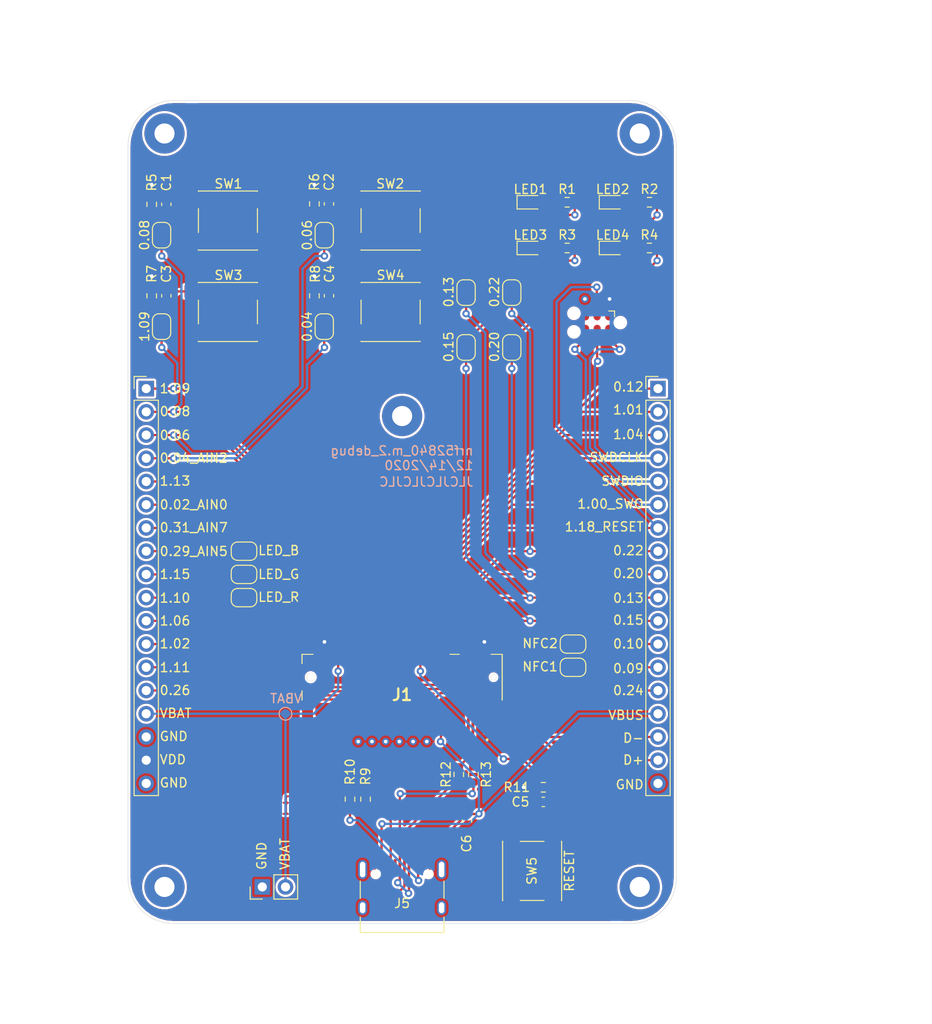
<source format=kicad_pcb>
(kicad_pcb (version 20171130) (host pcbnew 5.1.10-88a1d61d58~88~ubuntu20.04.1)
  (title_block (title "nrf52840_m.2 debug") (date 2020-12-14) (rev 0.1))
  (layers (0 F.Cu signal) (31 B.Cu signal) (34 B.Paste user) (35 F.Paste user) (36 B.SilkS user) (37 F.SilkS user) (38 B.Mask user) (39 F.Mask user) (44 Edge.Cuts user))
  (net 0 "")
  (net 1 GND)
  (net 2 gpio_17)
  (net 3 gpio_18)
  (net 4 gpio_19)
  (net 5 gpio_20)
  (net 6 "Net-(D1-Pad2)")
  (net 7 "Net-(D2-Pad2)")
  (net 8 "Net-(D3-Pad2)")
  (net 9 "Net-(D4-Pad2)")
  (net 10 "Net-(J1-Pad75)")
  (net 11 "Net-(J1-Pad69)")
  (net 12 "Net-(J1-Pad68)")
  (net 13 "Net-(J1-Pad67)")
  (net 14 "Net-(J1-Pad65)")
  (net 15 "Net-(J1-Pad64)")
  (net 16 "Net-(J1-Pad63)")
  (net 17 "Net-(J1-Pad62)")
  (net 18 "Net-(J1-Pad61)")
  (net 19 "Net-(J1-Pad60)")
  (net 20 "Net-(J1-Pad59)")
  (net 21 "Net-(J1-Pad58)")
  (net 22 gpio_24)
  (net 23 gpio_10)
  (net 24 gpio_2)
  (net 25 gpio_11)
  (net 26 gpio_1)
  (net 27 gpio_0)
  (net 28 "Net-(J1-Pad49)")
  (net 29 gpio_16)
  (net 30 "Net-(J1-Pad47)")
  (net 31 gpio_15)
  (net 32 gpio_14)
  (net 33 gpio_3)
  (net 34 gpio_13)
  (net 35 gpio_4)
  (net 36 gpio_12)
  (net 37 gpio_9)
  (net 38 "Net-(J1-Pad37)")
  (net 39 "Net-(J1-Pad35)")
  (net 40 gpio_8_SWO)
  (net 41 gpio_7)
  (net 42 "Net-(J1-Pad29)")
  (net 43 "Net-(J1-Pad25)")
  (net 44 "Net-(J1-Pad23)")
  (net 45 "Net-(J1-Pad20)")
  (net 46 "Net-(J1-Pad10)")
  (net 47 "Net-(J1-Pad8)")
  (net 48 "Net-(J1-Pad6)")
  (net 49 "Net-(J1-Pad1)")
  (net 50 gpio_21)
  (net 51 gpio_22)
  (net 52 gpio_23)
  (net 53 gpio_5_NFC2)
  (net 54 gpio_6_NFC1)
  (net 55 VDD)
  (net 56 VBAT)
  (net 57 SWDCLK)
  (net 58 SWDIO)
  (net 59 nRESET)
  (net 60 VBUS)
  (net 61 D-)
  (net 62 D+)
  (net 63 "Net-(J5-PadA5)")
  (net 64 "Net-(J5-PadA8)")
  (net 65 "Net-(J5-PadB5)")
  (net 66 "Net-(J5-PadB8)")
  (net 67 "Net-(J5-PadA6)")
  (net 68 "Net-(J5-PadA7)")
  (net 69 "Net-(JP6-Pad2)")
  (net 70 "Net-(JP7-Pad2)")
  (net 71 "Net-(JP8-Pad2)")
  (net 72 "Net-(JP9-Pad2)")
  (net 73 "Net-(C1-Pad1)")
  (net 74 "Net-(C2-Pad1)")
  (net 75 "Net-(C3-Pad1)")
  (net 76 "Net-(C4-Pad1)")
  (module custom_footprints:crohloff_logo_10x10mm (layer F.Cu) (at 117 114)
    (fp_text reference G*** hide)
    (fp_text value LOGO hide)
    (fp_poly (pts (xy -1.962158 -4.080582) (xy -1.850123 -4.040171) (xy -1.690752 -3.935696) (xy -1.614774 -3.823589) (xy -1.585977 -3.771402) (xy -1.532657 -3.718633) (xy -1.442706 -3.658711) (xy -1.304016 -3.585067) (xy -1.104481 -3.491131) (xy -0.831993 -3.370332) (xy -0.574053 -3.258832) (xy -0.28105 -3.134017) (xy -0.021292 -3.02541) (xy 0.191417 -2.938615) (xy 0.343272 -2.879236) (xy 0.420465 -2.852875) (xy 0.427252 -2.852432) (xy 0.452305 -2.905206) (xy 0.503444 -3.024778) (xy 0.559984 -3.161775) (xy 0.636608 -3.320613) (xy 0.715343 -3.437656) (xy 0.768591 -3.481892) (xy 0.867158 -3.47948) (xy 0.992255 -3.438332) (xy 1.104817 -3.376405) (xy 1.165783 -3.311656) (xy 1.1684 -3.298106) (xy 1.148387 -3.220507) (xy 1.09548 -3.078482) (xy 1.02037 -2.896176) (xy 0.933753 -2.697738) (xy 0.846322 -2.507312) (xy 0.768769 -2.349047) (xy 0.71179 -2.247089) (xy 0.692399 -2.223278) (xy 0.603881 -2.190471) (xy 0.5842 -2.189622) (xy 0.525312 -2.210232) (xy 0.386761 -2.266214) (xy 0.181851 -2.351957) (xy -0.076114 -2.461852) (xy -0.373828 -2.590289) (xy -0.6096 -2.692964) (xy -0.972687 -2.850761) (xy -1.256137 -2.971112) (xy -1.472855 -3.058506) (xy -1.635747 -3.117429) (xy -1.757719 -3.15237) (xy -1.851677 -3.167817) (xy -1.930526 -3.168256) (xy -1.965865 -3.164577) (xy -2.11374 -3.155876) (xy -2.217927 -3.191037) (xy -2.330684 -3.288074) (xy -2.334165 -3.291549) (xy -2.459422 -3.474354) (xy -2.491759 -3.652) (xy -2.273204 -3.652) (xy -2.247005 -3.535186) (xy -2.165182 -3.442294) (xy -2.034666 -3.403613) (xy -2.032 -3.4036) (xy -1.886937 -3.441502) (xy -1.827774 -3.507119) (xy -1.79459 -3.651882) (xy -1.843066 -3.770517) (xy -1.953366 -3.841496) (xy -2.105653 -3.843289) (xy -2.131002 -3.836225) (xy -2.236847 -3.762443) (xy -2.273204 -3.652) (xy -2.491759 -3.652) (xy -2.49421 -3.665459) (xy -2.442103 -3.843947) (xy -2.306672 -3.988904) (xy -2.205712 -4.043583) (xy -2.073328 -4.087061) (xy -1.962158 -4.080582)) (layer F.Cu) (width 0.01))
    (fp_poly (pts (xy -0.509953 -3.942878) (xy -0.365084 -3.889875) (xy -0.170988 -3.81174) (xy 0.027247 -3.727101) (xy 0.264854 -3.61981) (xy 0.420164 -3.540466) (xy 0.505903 -3.481051) (xy 0.534794 -3.433545) (xy 0.531068 -3.409601) (xy 0.48887 -3.300695) (xy 0.447034 -3.1877) (xy 0.383846 -3.086405) (xy 0.31253 -3.051554) (xy 0.233372 -3.072482) (xy 0.084639 -3.126325) (xy -0.110583 -3.204333) (xy -0.2794 -3.275943) (xy -0.488595 -3.372998) (xy -0.658694 -3.463521) (xy -0.769923 -3.536267) (xy -0.803169 -3.573779) (xy -0.791686 -3.67873) (xy -0.738019 -3.803916) (xy -0.663765 -3.911061) (xy -0.590517 -3.961888) (xy -0.583913 -3.9624) (xy -0.509953 -3.942878)) (layer F.Cu) (width 0.01))
    (fp_poly (pts (xy 2.191308 -3.996226) (xy 2.27611 -3.937527) (xy 2.389071 -3.819278) (xy 2.433867 -3.692582) (xy 2.4384 -3.609136) (xy 2.411042 -3.448938) (xy 2.34161 -3.298144) (xy 2.249065 -3.188046) (xy 2.159954 -3.1496) (xy 2.118514 -3.10413) (xy 2.045063 -2.974855) (xy 1.944885 -2.772477) (xy 1.823263 -2.507699) (xy 1.685482 -2.191224) (xy 1.677188 -2.1717) (xy 1.55281 -1.87763) (xy 1.442482 -1.615041) (xy 1.352215 -1.39838) (xy 1.288019 -1.242095) (xy 1.255903 -1.160634) (xy 1.253447 -1.153063) (xy 1.290887 -1.112034) (xy 1.396693 -1.049338) (xy 1.498743 -1.000663) (xy 1.687577 -0.91495) (xy 1.801135 -0.852217) (xy 1.858297 -0.797269) (xy 1.877943 -0.73491) (xy 1.8796 -0.694106) (xy 1.855571 -0.5849) (xy 1.798353 -0.467006) (xy 1.73025 -0.379328) (xy 1.686219 -0.356769) (xy 1.62775 -0.376011) (xy 1.496699 -0.427206) (xy 1.31378 -0.502075) (xy 1.143 -0.573885) (xy 0.903791 -0.680035) (xy 0.746527 -0.762099) (xy 0.657012 -0.828844) (xy 0.62105 -0.88904) (xy 0.619513 -0.89722) (xy 0.634418 -0.972618) (xy 0.684572 -1.126891) (xy 0.764632 -1.345775) (xy 0.869254 -1.615006) (xy 0.993095 -1.92032) (xy 1.085278 -2.140603) (xy 1.23765 -2.502328) (xy 1.353689 -2.784304) (xy 1.437819 -2.999848) (xy 1.494463 -3.162279) (xy 1.528045 -3.284913) (xy 1.542991 -3.381069) (xy 1.543722 -3.464064) (xy 1.539706 -3.508605) (xy 1.532046 -3.671283) (xy 1.533077 -3.674912) (xy 1.759419 -3.674912) (xy 1.768606 -3.540247) (xy 1.80297 -3.473327) (xy 1.914216 -3.375069) (xy 2.04176 -3.360518) (xy 2.153875 -3.426393) (xy 2.204904 -3.514865) (xy 2.218059 -3.664807) (xy 2.145551 -3.767253) (xy 1.997154 -3.809561) (xy 1.976767 -3.81) (xy 1.832729 -3.772429) (xy 1.759419 -3.674912) (xy 1.533077 -3.674912) (xy 1.56421 -3.784427) (xy 1.632741 -3.87862) (xy 1.805238 -4.012143) (xy 1.997752 -4.051924) (xy 2.191308 -3.996226)) (layer F.Cu) (width 0.01))
    (fp_poly (pts (xy -1.804683 -2.076924) (xy -1.674823 -2.029986) (xy -1.56878 -1.976916) (xy -1.524014 -1.931289) (xy -1.524 -1.930672) (xy -1.543611 -1.85169) (xy -1.595902 -1.710413) (xy -1.671062 -1.528512) (xy -1.759278 -1.327657) (xy -1.850738 -1.129518) (xy -1.93563 -0.955765) (xy -2.004144 -0.828068) (xy -2.046465 -0.768097) (xy -2.051285 -0.766144) (xy -2.133494 -0.788069) (xy -2.258445 -0.836075) (xy -2.2733 -0.84249) (xy -2.383437 -0.910241) (xy -2.437323 -0.981826) (xy -2.4384 -0.991013) (xy -2.419298 -1.068171) (xy -2.368802 -1.212824) (xy -2.297125 -1.399973) (xy -2.214484 -1.604621) (xy -2.131091 -1.801769) (xy -2.057163 -1.966418) (xy -2.002913 -2.073571) (xy -1.98603 -2.09811) (xy -1.920905 -2.104157) (xy -1.804683 -2.076924)) (layer F.Cu) (width 0.01))
    (fp_poly (pts (xy -1.581805 -2.697684) (xy -1.366134 -2.618631) (xy -1.1938 -2.547682) (xy -0.964456 -2.445526) (xy -0.818283 -2.365063) (xy -0.741492 -2.297636) (xy -0.721215 -2.250956) (xy -0.73581 -2.176508) (xy -0.784996 -2.022676) (xy -0.863585 -1.803566) (xy -0.966389 -1.533285) (xy -1.088224 -1.225938) (xy -1.186603 -0.985297) (xy -1.347875 -0.590943) (xy -1.469762 -0.281245) (xy -1.554982 -0.048391) (xy -1.606255 0.115429) (xy -1.626301 0.218023) (xy -1.621089 0.26243) (xy -1.574767 0.447768) (xy -1.624703 0.634836) (xy -1.723293 0.765907) (xy -1.903992 0.888575) (xy -2.094136 0.915047) (xy -2.277722 0.844954) (xy -2.355273 0.780472) (xy -2.472448 0.601951) (xy -2.493975 0.409885) (xy -2.276429 0.409885) (xy -2.258838 0.53854) (xy -2.201927 0.618299) (xy -2.089652 0.700254) (xy -1.976842 0.685962) (xy -1.8796 0.6096) (xy -1.797614 0.512955) (xy -1.789426 0.432879) (xy -1.851557 0.324021) (xy -1.857081 0.316103) (xy -1.968372 0.21869) (xy -2.093953 0.221705) (xy -2.1931 0.287273) (xy -2.276429 0.409885) (xy -2.493975 0.409885) (xy -2.494216 0.407735) (xy -2.421569 0.214223) (xy -2.313286 0.08631) (xy -2.240023 0.00512) (xy -2.161956 -0.112019) (xy -2.072509 -0.277922) (xy -1.965102 -0.505406) (xy -1.833158 -0.807287) (xy -1.73449 -1.0414) (xy -1.331609 -2.0066) (xy -1.654179 -2.154665) (xy -1.818273 -2.236393) (xy -1.941744 -2.30989) (xy -1.99854 -2.359598) (xy -1.998928 -2.360525) (xy -1.995721 -2.443202) (xy -1.958245 -2.567467) (xy -1.952806 -2.580761) (xy -1.901814 -2.673568) (xy -1.833648 -2.724456) (xy -1.73231 -2.732727) (xy -1.581805 -2.697684)) (layer F.Cu) (width 0.01))
    (fp_poly (pts (xy 2.045489 -2.338191) (xy 2.125938 -2.307327) (xy 2.254811 -2.248118) (xy 2.340946 -2.198761) (xy 2.350757 -2.190653) (xy 2.349291 -2.12879) (xy 2.310002 -1.999331) (xy 2.242866 -1.824332) (xy 2.157858 -1.625853) (xy 2.064954 -1.42595) (xy 1.97413 -1.246681) (xy 1.895359 -1.110105) (xy 1.838618 -1.038279) (xy 1.827047 -1.032607) (xy 1.732287 -1.045635) (xy 1.600917 -1.090113) (xy 1.5875 -1.095894) (xy 1.478107 -1.153699) (xy 1.42365 -1.201228) (xy 1.422298 -1.206646) (xy 1.441338 -1.271371) (xy 1.491906 -1.405078) (xy 1.563993 -1.584029) (xy 1.647589 -1.784485) (xy 1.732685 -1.982708) (xy 1.809273 -2.154958) (xy 1.867342 -2.277497) (xy 1.892857 -2.322677) (xy 1.948114 -2.355449) (xy 2.045489 -2.338191)) (layer F.Cu) (width 0.01))
    (fp_poly (pts (xy -0.345185 -0.08182) (xy -0.210954 -0.02934) (xy -0.031603 0.045544) (xy 0.1694 0.132539) (xy 0.368587 0.221349) (xy 0.542492 0.301682) (xy 0.667647 0.363243) (xy 0.719223 0.394103) (xy 0.728918 0.465295) (xy 0.698181 0.583413) (xy 0.64269 0.710683) (xy 0.578125 0.809332) (xy 0.5334 0.841766) (xy 0.468424 0.827055) (xy 0.332328 0.778764) (xy 0.146661 0.704964) (xy -0.01659 0.635802) (xy -0.227419 0.541407) (xy -0.405411 0.456503) (xy -0.528415 0.391963) (xy -0.571165 0.363555) (xy -0.594441 0.291962) (xy -0.560721 0.165736) (xy -0.53416 0.103284) (xy -0.47203 -0.020471) (xy -0.423208 -0.093368) (xy -0.410828 -0.1016) (xy -0.345185 -0.08182)) (layer F.Cu) (width 0.01))
    (fp_poly (pts (xy -0.644939 -0.895359) (xy -0.496126 -0.84185) (xy -0.281647 -0.759299) (xy -0.015393 -0.65313) (xy 0.288749 -0.528768) (xy 0.523278 -0.431056) (xy 0.891338 -0.277593) (xy 1.178977 -0.160707) (xy 1.398816 -0.076155) (xy 1.563473 -0.019697) (xy 1.68557 0.01291) (xy 1.777726 0.025905) (xy 1.852561 0.023532) (xy 1.868939 0.021212) (xy 2.015369 0.012719) (xy 2.131221 0.055652) (xy 2.22544 0.126583) (xy 2.347489 0.281433) (xy 2.388759 0.453549) (xy 2.36138 0.624535) (xy 2.277478 0.775992) (xy 2.149182 0.889522) (xy 1.988618 0.946726) (xy 1.807914 0.929206) (xy 1.721513 0.891071) (xy 1.601837 0.787523) (xy 1.528778 0.675152) (xy 1.496907 0.62155) (xy 1.440234 0.567989) (xy 1.369066 0.52244) (xy 1.714322 0.52244) (xy 1.774075 0.628096) (xy 1.876276 0.692392) (xy 1.993814 0.702924) (xy 2.099578 0.647286) (xy 2.14464 0.580254) (xy 2.174967 0.431737) (xy 2.117146 0.328991) (xy 1.977933 0.281518) (xy 1.930682 0.2794) (xy 1.797587 0.300768) (xy 1.729145 0.375288) (xy 1.724126 0.387832) (xy 1.714322 0.52244) (xy 1.369066 0.52244) (xy 1.346208 0.507811) (xy 1.202275 0.434359) (xy 0.995884 0.340976) (xy 0.714482 0.221005) (xy 0.518465 0.139315) (xy 0.227222 0.019638) (xy -0.033426 -0.085376) (xy -0.248463 -0.169845) (xy -0.402871 -0.22789) (xy -0.481632 -0.253631) (xy -0.486983 -0.254385) (xy -0.533826 -0.211029) (xy -0.602405 -0.098054) (xy -0.673681 0.0508) (xy -0.753056 0.220211) (xy -0.81775 0.31355) (xy -0.884944 0.351218) (xy -0.93037 0.3556) (xy -1.062998 0.323771) (xy -1.172774 0.260673) (xy -1.290003 0.165747) (xy -1.094685 -0.310827) (xy -0.990333 -0.560872) (xy -0.912764 -0.731031) (xy -0.852507 -0.836327) (xy -0.800091 -0.891787) (xy -0.746045 -0.912434) (xy -0.7142 -0.9144) (xy -0.644939 -0.895359)) (layer F.Cu) (width 0.01))
    (fp_poly (pts (xy -3.6068 2.8702) (xy -3.618166 2.992743) (xy -3.662534 3.042188) (xy -3.7084 3.048) (xy -3.791143 3.016236) (xy -3.81 2.9718) (xy -3.837192 2.92388) (xy -3.931337 2.900476) (xy -4.064 2.8956) (xy -4.318 2.8956) (xy -4.318 3.9116) (xy -4.064 3.9116) (xy -3.912045 3.906481) (xy -3.836238 3.884151) (xy -3.811353 3.83415) (xy -3.81 3.806275) (xy -3.782628 3.725288) (xy -3.7211 3.717797) (xy -3.651658 3.771925) (xy -3.617843 3.909239) (xy -3.616434 3.924722) (xy -3.600667 4.1148) (xy -3.997434 4.113255) (xy -4.198966 4.10611) (xy -4.368551 4.088637) (xy -4.474045 4.064366) (xy -4.4831 4.05993) (xy -4.521696 4.024888) (xy -4.547398 3.961105) (xy -4.562693 3.850445) (xy -4.570065 3.674776) (xy -4.572 3.415962) (xy -4.572 3.411235) (xy -4.566284 3.097153) (xy -4.549183 2.882238) (xy -4.520772 2.767286) (xy -4.511041 2.75336) (xy -4.425062 2.720422) (xy -4.254637 2.699405) (xy -4.028441 2.6924) (xy -3.6068 2.6924) (xy -3.6068 2.8702)) (layer F.Cu) (width 0.01))
    (fp_poly (pts (xy -3.06746 2.70092) (xy -3.008705 2.735356) (xy -2.9972 2.794) (xy -2.987849 2.872137) (xy -2.947113 2.886544) (xy -2.855968 2.836908) (xy -2.789248 2.790615) (xy -2.633301 2.716386) (xy -2.502006 2.701715) (xy -2.412493 2.723431) (xy -2.368155 2.78141) (xy -2.348711 2.905921) (xy -2.34658 2.9337) (xy -2.343077 3.070445) (xy -2.366016 3.133506) (xy -2.425961 3.149548) (xy -2.432105 3.1496) (xy -2.520449 3.109827) (xy -2.549326 3.026712) (xy -2.5654 2.903824) (xy -2.9972 3.159916) (xy -2.9972 3.535758) (xy -2.993117 3.735166) (xy -2.978375 3.851649) (xy -2.949236 3.903647) (xy -2.921 3.9116) (xy -2.858944 3.953951) (xy -2.8448 4.0132) (xy -2.856928 4.071914) (xy -2.909361 4.102501) (xy -3.026179 4.113716) (xy -3.1242 4.1148) (xy -3.285665 4.11039) (xy -3.369779 4.091323) (xy -3.400621 4.048844) (xy -3.4036 4.0132) (xy -3.371837 3.930457) (xy -3.3274 3.9116) (xy -3.291867 3.894813) (xy -3.269054 3.833311) (xy -3.256454 3.710383) (xy -3.251561 3.509319) (xy -3.2512 3.4036) (xy -3.253719 3.166709) (xy -3.262944 3.01462) (xy -3.281383 2.930622) (xy -3.311543 2.898004) (xy -3.3274 2.8956) (xy -3.389457 2.853248) (xy -3.4036 2.794) (xy -3.38656 2.727529) (xy -3.317687 2.698152) (xy -3.2004 2.6924) (xy -3.06746 2.70092)) (layer F.Cu) (width 0.01))
    (fp_poly (pts (xy -1.077839 3.352266) (xy -1.073344 3.644852) (xy -1.08186 3.851012) (xy -1.113245 3.985872) (xy -1.177358 4.06456) (xy -1.284056 4.1022) (xy -1.443196 4.113918) (xy -1.5748 4.1148) (xy -1.769118 4.105176) (xy -1.924399 4.079757) (xy -1.998552 4.050766) (xy -2.035296 4.011967) (xy -2.059256 3.947597) (xy -2.072315 3.839692) (xy -2.076354 3.670291) (xy -2.073258 3.42143) (xy -2.071762 3.352266) (xy -2.061425 2.8956) (xy -1.8796 2.8956) (xy -1.8796 3.369733) (xy -1.875951 3.580363) (xy -1.866165 3.751332) (xy -1.851982 3.858064) (xy -1.843452 3.880015) (xy -1.775688 3.898071) (xy -1.6428 3.904125) (xy -1.551352 3.901182) (xy -1.2954 3.8862) (xy -1.280861 3.3909) (xy -1.266321 2.8956) (xy -1.8796 2.8956) (xy -2.061425 2.8956) (xy -2.0574 2.7178) (xy -1.0922 2.7178) (xy -1.077839 3.352266)) (layer F.Cu) (width 0.01))
    (fp_poly (pts (xy -0.4064 2.950382) (xy -0.107552 2.784832) (xy 0.066432 2.695394) (xy 0.19061 2.656808) (xy 0.273278 2.678534) (xy 0.322736 2.770036) (xy 0.347282 2.940776) (xy 0.355213 3.200217) (xy 0.3556 3.312976) (xy 0.356977 3.558322) (xy 0.363249 3.720536) (xy 0.377626 3.818071) (xy 0.403321 3.869382) (xy 0.443543 3.892921) (xy 0.4572 3.89688) (xy 0.540211 3.958993) (xy 0.5588 4.019124) (xy 0.544826 4.074681) (xy 0.487158 4.103614) (xy 0.362177 4.114012) (xy 0.2794 4.1148) (xy 0.117233 4.110048) (xy 0.032774 4.090364) (xy 0.00236 4.047602) (xy 0 4.018635) (xy 0.035358 3.923983) (xy 0.0762 3.893229) (xy 0.113226 3.857826) (xy 0.136536 3.774295) (xy 0.148726 3.625138) (xy 0.152393 3.392857) (xy 0.1524 3.379794) (xy 0.149124 3.172046) (xy 0.140319 3.008898) (xy 0.127516 2.912377) (xy 0.118747 2.8956) (xy 0.060908 2.920999) (xy -0.053614 2.986645) (xy -0.160653 3.053295) (xy -0.4064 3.210991) (xy -0.4064 3.561295) (xy -0.402194 3.751053) (xy -0.386573 3.859173) (xy -0.355037 3.905384) (xy -0.326476 3.9116) (xy -0.265691 3.949475) (xy -0.263451 4.0005) (xy -0.299043 4.056947) (xy -0.393616 4.089376) (xy -0.546576 4.104754) (xy -0.702314 4.109642) (xy -0.78188 4.095458) (xy -0.810131 4.053903) (xy -0.8128 4.015854) (xy -0.781656 3.931031) (xy -0.7366 3.9116) (xy -0.708365 3.898457) (xy -0.687915 3.850126) (xy -0.674071 3.753257) (xy -0.665657 3.594497) (xy -0.661493 3.360495) (xy -0.6604 3.048) (xy -0.66156 2.727999) (xy -0.665825 2.496228) (xy -0.674372 2.339335) (xy -0.68838 2.243969) (xy -0.709027 2.196777) (xy -0.7366 2.1844) (xy -0.798657 2.142048) (xy -0.8128 2.0828) (xy -0.79576 2.016329) (xy -0.726887 1.986952) (xy -0.6096 1.9812) (xy -0.4064 1.9812) (xy -0.4064 2.950382)) (layer F.Cu) (width 0.01))
    (fp_poly (pts (xy 1.2192 2.9464) (xy 1.21958 3.281481) (xy 1.221698 3.528407) (xy 1.227021 3.700625) (xy 1.237017 3.811579) (xy 1.253153 3.874715) (xy 1.276895 3.903478) (xy 1.309712 3.911313) (xy 1.324524 3.9116) (xy 1.405481 3.938936) (xy 1.412931 4.0005) (xy 1.380466 4.054308) (xy 1.293867 4.086024) (xy 1.130864 4.103164) (xy 1.104406 4.104635) (xy 0.939579 4.109813) (xy 0.852017 4.098396) (xy 0.817816 4.063095) (xy 0.8128 4.015735) (xy 0.843972 3.931005) (xy 0.889 3.9116) (xy 0.917235 3.898457) (xy 0.937685 3.850126) (xy 0.951529 3.753257) (xy 0.959943 3.594497) (xy 0.964107 3.360495) (xy 0.9652 3.048) (xy 0.96404 2.727999) (xy 0.959775 2.496228) (xy 0.951228 2.339335) (xy 0.93722 2.243969) (xy 0.916573 2.196777) (xy 0.889 2.1844) (xy 0.826943 2.142048) (xy 0.8128 2.0828) (xy 0.82984 2.016329) (xy 0.898713 1.986952) (xy 1.016 1.9812) (xy 1.2192 1.9812) (xy 1.2192 2.9464)) (layer F.Cu) (width 0.01))
    (fp_poly (pts (xy 2.405538 2.695821) (xy 2.54791 2.708203) (xy 2.626888 2.732727) (xy 2.661493 2.772569) (xy 2.661564 2.772754) (xy 2.673939 2.853895) (xy 2.683945 3.012566) (xy 2.690455 3.224704) (xy 2.6924 3.431367) (xy 2.690093 3.705968) (xy 2.674907 3.894961) (xy 2.634437 4.014338) (xy 2.556281 4.08009) (xy 2.428036 4.108209) (xy 2.2373 4.114686) (xy 2.162339 4.1148) (xy 1.962324 4.107773) (xy 1.833453 4.08206) (xy 1.74595 4.030708) (xy 1.7272 4.0132) (xy 1.679905 3.953309) (xy 1.649828 3.873006) (xy 1.63326 3.749931) (xy 1.626496 3.561724) (xy 1.6256 3.40026) (xy 1.627816 3.119991) (xy 1.642681 2.925608) (xy 1.652305 2.8956) (xy 1.8796 2.8956) (xy 1.8796 3.9116) (xy 2.4384 3.9116) (xy 2.4384 2.8956) (xy 1.8796 2.8956) (xy 1.652305 2.8956) (xy 1.682518 2.801397) (xy 1.759652 2.731645) (xy 1.886405 2.700638) (xy 2.075102 2.692662) (xy 2.180752 2.6924) (xy 2.405538 2.695821)) (layer F.Cu) (width 0.01))
    (fp_poly (pts (xy 3.593403 1.990709) (xy 3.648508 2.028657) (xy 3.6576 2.0828) (xy 3.627834 2.16247) (xy 3.5306 2.1844) (xy 3.455226 2.192635) (xy 3.417624 2.234662) (xy 3.404803 2.336463) (xy 3.4036 2.4384) (xy 3.408949 2.59075) (xy 3.431653 2.666733) (xy 3.4817 2.691313) (xy 3.5052 2.6924) (xy 3.590102 2.728321) (xy 3.6068 2.794) (xy 3.570878 2.878902) (xy 3.5052 2.8956) (xy 3.458958 2.902572) (xy 3.429355 2.935748) (xy 3.412715 3.013517) (xy 3.405358 3.154269) (xy 3.403608 3.376393) (xy 3.4036 3.4036) (xy 3.404994 3.634809) (xy 3.411629 3.782821) (xy 3.427183 3.866023) (xy 3.455333 3.902806) (xy 3.499758 3.911558) (xy 3.5052 3.9116) (xy 3.590102 3.947521) (xy 3.6068 4.0132) (xy 3.596248 4.06875) (xy 3.549457 4.099415) (xy 3.443721 4.112365) (xy 3.285066 4.1148) (xy 3.112619 4.109817) (xy 2.983272 4.096832) (xy 2.929466 4.080933) (xy 2.893189 3.996184) (xy 2.940914 3.93024) (xy 3.0226 3.9116) (xy 3.080396 3.908473) (xy 3.1173 3.886685) (xy 3.137999 3.827621) (xy 3.147178 3.712666) (xy 3.149524 3.523206) (xy 3.1496 3.407133) (xy 3.148388 3.17701) (xy 3.141955 3.029285) (xy 3.126107 2.94476) (xy 3.096649 2.904237) (xy 3.049385 2.88852) (xy 3.035818 2.886433) (xy 2.935592 2.843394) (xy 2.90122 2.774434) (xy 2.935642 2.713215) (xy 3.018875 2.6924) (xy 3.092228 2.686104) (xy 3.131285 2.65103) (xy 3.146818 2.562898) (xy 3.1496 2.397759) (xy 3.161631 2.18954) (xy 3.206894 2.062845) (xy 3.299144 1.99948) (xy 3.452136 1.981255) (xy 3.46456 1.9812) (xy 3.593403 1.990709)) (layer F.Cu) (width 0.01))
    (fp_poly (pts (xy 4.500985 1.989608) (xy 4.560185 2.023646) (xy 4.572 2.0828) (xy 4.542234 2.16247) (xy 4.445 2.1844) (xy 4.369626 2.192635) (xy 4.332024 2.234662) (xy 4.319203 2.336463) (xy 4.318 2.4384) (xy 4.323349 2.59075) (xy 4.346053 2.666733) (xy 4.3961 2.691313) (xy 4.4196 2.6924) (xy 4.504502 2.728321) (xy 4.5212 2.794) (xy 4.485278 2.878902) (xy 4.4196 2.8956) (xy 4.373358 2.902572) (xy 4.343755 2.935748) (xy 4.327115 3.013517) (xy 4.319758 3.154269) (xy 4.318008 3.376393) (xy 4.318 3.4036) (xy 4.319394 3.634809) (xy 4.326029 3.782821) (xy 4.341583 3.866023) (xy 4.369733 3.902806) (xy 4.414158 3.911558) (xy 4.4196 3.9116) (xy 4.504502 3.947521) (xy 4.5212 4.0132) (xy 4.510908 4.068184) (xy 4.465067 4.098839) (xy 4.361227 4.112072) (xy 4.191 4.1148) (xy 4.012301 4.111633) (xy 3.912672 4.097528) (xy 3.869662 4.065577) (xy 3.8608 4.0132) (xy 3.896721 3.928297) (xy 3.9624 3.9116) (xy 4.008641 3.904627) (xy 4.038244 3.871451) (xy 4.054884 3.793682) (xy 4.062241 3.65293) (xy 4.063991 3.430806) (xy 4.064 3.4036) (xy 4.062605 3.17239) (xy 4.05597 3.024378) (xy 4.040416 2.941176) (xy 4.012266 2.904393) (xy 3.967841 2.895641) (xy 3.9624 2.8956) (xy 3.877497 2.859678) (xy 3.8608 2.794) (xy 3.896721 2.709097) (xy 3.9624 2.6924) (xy 4.026252 2.677204) (xy 4.05621 2.614306) (xy 4.063983 2.47774) (xy 4.064 2.467107) (xy 4.075347 2.294183) (xy 4.103582 2.142311) (xy 4.113542 2.111507) (xy 4.163162 2.025228) (xy 4.247194 1.988066) (xy 4.367542 1.9812) (xy 4.500985 1.989608)) (layer F.Cu) (width 0.01))
  )
  (module custom_footprints:te_connectivity_121991190 (layer F.Cu) (at 133 103.06 180)
    (fp_text reference J1 (at 0 -1.925) (layer F.SilkS) (effects (font (size 1.27 1.27) (thickness 0.254))))
    (fp_text value Bus_M.2_Socket_B hide)
    (pad 1 smd rect (at -9.25 -5.3 180) (size 0.3 1.55) (layers F.Cu F.Paste F.Mask) (net 49 "Net-(J1-Pad1)"))
    (pad 2 smd rect (at -9 2.275 180) (size 0.3 1.55) (layers F.Cu F.Paste F.Mask) (net 55 VDD))
    (pad 3 smd rect (at -8.75 -5.3 180) (size 0.3 1.55) (layers F.Cu F.Paste F.Mask) (net 1 GND))
    (pad 4 smd rect (at -8.5 2.275 180) (size 0.3 1.55) (layers F.Cu F.Paste F.Mask) (net 55 VDD))
    (pad 5 smd rect (at -8.25 -5.3 180) (size 0.3 1.55) (layers F.Cu F.Paste F.Mask) (net 1 GND))
    (pad 6 smd rect (at -8 2.275 180) (size 0.3 1.55) (layers F.Cu F.Paste F.Mask) (net 48 "Net-(J1-Pad6)"))
    (pad 7 smd rect (at -7.75 -5.3 180) (size 0.3 1.55) (layers F.Cu F.Paste F.Mask) (net 62 D+))
    (pad 8 smd rect (at -7.5 2.275 180) (size 0.3 1.55) (layers F.Cu F.Paste F.Mask) (net 47 "Net-(J1-Pad8)"))
    (pad 9 smd rect (at -7.25 -5.3 180) (size 0.3 1.55) (layers F.Cu F.Paste F.Mask) (net 61 D-))
    (pad 10 smd rect (at -7 2.275 180) (size 0.3 1.55) (layers F.Cu F.Paste F.Mask) (net 46 "Net-(J1-Pad10)"))
    (pad 11 smd rect (at -6.75 -5.3 180) (size 0.3 1.55) (layers F.Cu F.Paste F.Mask) (net 1 GND))
    (pad 20 smd rect (at -4.5 2.275 180) (size 0.3 1.55) (layers F.Cu F.Paste F.Mask) (net 45 "Net-(J1-Pad20)"))
    (pad 21 smd rect (at -4.25 -5.3 180) (size 0.3 1.55) (layers F.Cu F.Paste F.Mask) (net 60 VBUS))
    (pad 22 smd rect (at -4 2.275 180) (size 0.3 1.55) (layers F.Cu F.Paste F.Mask) (net 2 gpio_17))
    (pad 23 smd rect (at -3.75 -5.3 180) (size 0.3 1.55) (layers F.Cu F.Paste F.Mask) (net 44 "Net-(J1-Pad23)"))
    (pad 24 smd rect (at -3.5 2.275 180) (size 0.3 1.55) (layers F.Cu F.Paste F.Mask) (net 3 gpio_18))
    (pad 25 smd rect (at -3.25 -5.3 180) (size 0.3 1.55) (layers F.Cu F.Paste F.Mask) (net 43 "Net-(J1-Pad25)"))
    (pad 26 smd rect (at -3 2.275 180) (size 0.3 1.55) (layers F.Cu F.Paste F.Mask) (net 5 gpio_20))
    (pad 27 smd rect (at -2.75 -5.3 180) (size 0.3 1.55) (layers F.Cu F.Paste F.Mask) (net 1 GND))
    (pad 28 smd rect (at -2.5 2.275 180) (size 0.3 1.55) (layers F.Cu F.Paste F.Mask) (net 4 gpio_19))
    (pad 29 smd rect (at -2.25 -5.3 180) (size 0.3 1.55) (layers F.Cu F.Paste F.Mask) (net 42 "Net-(J1-Pad29)"))
    (pad 30 smd rect (at -2 2.275 180) (size 0.3 1.55) (layers F.Cu F.Paste F.Mask) (net 59 nRESET))
    (pad 31 smd rect (at -1.75 -5.3 180) (size 0.3 1.55) (layers F.Cu F.Paste F.Mask) (net 41 gpio_7))
    (pad 32 smd rect (at -1.5 2.275 180) (size 0.3 1.55) (layers F.Cu F.Paste F.Mask) (net 40 gpio_8_SWO))
    (pad 33 smd rect (at -1.25 -5.3 180) (size 0.3 1.55) (layers F.Cu F.Paste F.Mask) (net 1 GND))
    (pad 34 smd rect (at -1 2.275 180) (size 0.3 1.55) (layers F.Cu F.Paste F.Mask) (net 58 SWDIO))
    (pad 35 smd rect (at -0.75 -5.3 180) (size 0.3 1.55) (layers F.Cu F.Paste F.Mask) (net 39 "Net-(J1-Pad35)"))
    (pad 36 smd rect (at -0.5 2.275 180) (size 0.3 1.55) (layers F.Cu F.Paste F.Mask) (net 57 SWDCLK))
    (pad 37 smd rect (at -0.25 -5.3 180) (size 0.3 1.55) (layers F.Cu F.Paste F.Mask) (net 38 "Net-(J1-Pad37)"))
    (pad 38 smd rect (at 0 2.275 180) (size 0.3 1.55) (layers F.Cu F.Paste F.Mask) (net 37 gpio_9))
    (pad 39 smd rect (at 0.25 -5.3 180) (size 0.3 1.55) (layers F.Cu F.Paste F.Mask) (net 1 GND))
    (pad 40 smd rect (at 0.5 2.275 180) (size 0.3 1.55) (layers F.Cu F.Paste F.Mask) (net 36 gpio_12))
    (pad 41 smd rect (at 0.75 -5.3 180) (size 0.3 1.55) (layers F.Cu F.Paste F.Mask) (net 35 gpio_4))
    (pad 42 smd rect (at 1 2.275 180) (size 0.3 1.55) (layers F.Cu F.Paste F.Mask) (net 34 gpio_13))
    (pad 43 smd rect (at 1.25 -5.3 180) (size 0.3 1.55) (layers F.Cu F.Paste F.Mask) (net 33 gpio_3))
    (pad 44 smd rect (at 1.5 2.275 180) (size 0.3 1.55) (layers F.Cu F.Paste F.Mask) (net 32 gpio_14))
    (pad 45 smd rect (at 1.75 -5.3 180) (size 0.3 1.55) (layers F.Cu F.Paste F.Mask) (net 1 GND))
    (pad 46 smd rect (at 2 2.275 180) (size 0.3 1.55) (layers F.Cu F.Paste F.Mask) (net 31 gpio_15))
    (pad 47 smd rect (at 2.25 -5.3 180) (size 0.3 1.55) (layers F.Cu F.Paste F.Mask) (net 30 "Net-(J1-Pad47)"))
    (pad 48 smd rect (at 2.5 2.275 180) (size 0.3 1.55) (layers F.Cu F.Paste F.Mask) (net 29 gpio_16))
    (pad 49 smd rect (at 2.75 -5.3 180) (size 0.3 1.55) (layers F.Cu F.Paste F.Mask) (net 28 "Net-(J1-Pad49)"))
    (pad 50 smd rect (at 3 2.275 180) (size 0.3 1.55) (layers F.Cu F.Paste F.Mask) (net 27 gpio_0))
    (pad 51 smd rect (at 3.25 -5.3 180) (size 0.3 1.55) (layers F.Cu F.Paste F.Mask) (net 1 GND))
    (pad 52 smd rect (at 3.5 2.275 180) (size 0.3 1.55) (layers F.Cu F.Paste F.Mask) (net 26 gpio_1))
    (pad 53 smd rect (at 3.75 -5.3 180) (size 0.3 1.55) (layers F.Cu F.Paste F.Mask) (net 25 gpio_11))
    (pad 54 smd rect (at 4 2.275 180) (size 0.3 1.55) (layers F.Cu F.Paste F.Mask) (net 24 gpio_2))
    (pad 55 smd rect (at 4.25 -5.3 180) (size 0.3 1.55) (layers F.Cu F.Paste F.Mask) (net 23 gpio_10))
    (pad 56 smd rect (at 4.5 2.275 180) (size 0.3 1.55) (layers F.Cu F.Paste F.Mask) (net 22 gpio_24))
    (pad 57 smd rect (at 4.75 -5.3 180) (size 0.3 1.55) (layers F.Cu F.Paste F.Mask) (net 1 GND))
    (pad 58 smd rect (at 5 2.275 180) (size 0.3 1.55) (layers F.Cu F.Paste F.Mask) (net 21 "Net-(J1-Pad58)"))
    (pad 59 smd rect (at 5.25 -5.3 180) (size 0.3 1.55) (layers F.Cu F.Paste F.Mask) (net 20 "Net-(J1-Pad59)"))
    (pad 60 smd rect (at 5.5 2.275 180) (size 0.3 1.55) (layers F.Cu F.Paste F.Mask) (net 19 "Net-(J1-Pad60)"))
    (pad 61 smd rect (at 5.75 -5.3 180) (size 0.3 1.55) (layers F.Cu F.Paste F.Mask) (net 18 "Net-(J1-Pad61)"))
    (pad 62 smd rect (at 6 2.275 180) (size 0.3 1.55) (layers F.Cu F.Paste F.Mask) (net 17 "Net-(J1-Pad62)"))
    (pad 63 smd rect (at 6.25 -5.3 180) (size 0.3 1.55) (layers F.Cu F.Paste F.Mask) (net 16 "Net-(J1-Pad63)"))
    (pad 64 smd rect (at 6.5 2.275 180) (size 0.3 1.55) (layers F.Cu F.Paste F.Mask) (net 15 "Net-(J1-Pad64)"))
    (pad 65 smd rect (at 6.75 -5.3 180) (size 0.3 1.55) (layers F.Cu F.Paste F.Mask) (net 14 "Net-(J1-Pad65)"))
    (pad 66 smd rect (at 7 2.275 180) (size 0.3 1.55) (layers F.Cu F.Paste F.Mask) (net 56 VBAT))
    (pad 67 smd rect (at 7.25 -5.3 180) (size 0.3 1.55) (layers F.Cu F.Paste F.Mask) (net 13 "Net-(J1-Pad67)"))
    (pad 68 smd rect (at 7.5 2.275 180) (size 0.3 1.55) (layers F.Cu F.Paste F.Mask) (net 12 "Net-(J1-Pad68)"))
    (pad 69 smd rect (at 7.75 -5.3 180) (size 0.3 1.55) (layers F.Cu F.Paste F.Mask) (net 11 "Net-(J1-Pad69)"))
    (pad 70 smd rect (at 8 2.275 180) (size 0.3 1.55) (layers F.Cu F.Paste F.Mask) (net 55 VDD))
    (pad 71 smd rect (at 8.25 -5.3 180) (size 0.3 1.55) (layers F.Cu F.Paste F.Mask) (net 1 GND))
    (pad 72 smd rect (at 8.5 2.275 180) (size 0.3 1.55) (layers F.Cu F.Paste F.Mask) (net 55 VDD))
    (pad 73 smd rect (at 8.75 -5.3 180) (size 0.3 1.55) (layers F.Cu F.Paste F.Mask) (net 1 GND))
    (pad 74 smd rect (at 9 2.275 180) (size 0.3 1.55) (layers F.Cu F.Paste F.Mask) (net 55 VDD))
    (pad 75 smd rect (at 9.25 -5.3 180) (size 0.3 1.55) (layers F.Cu F.Paste F.Mask) (net 10 "Net-(J1-Pad75)"))
    (pad MH1 thru_hole circle (at -10 0 270) (size 0.575 0.575) (drill 1.15) (layers *.Cu *.Mask F.SilkS))
    (pad MH2 thru_hole circle (at 10 0 270) (size 0.825 0.825) (drill 1.65) (layers *.Cu *.Mask F.SilkS))
    (pad MP1 smd rect (at -10.35 -4.5 180) (size 1.2 2.75) (layers F.Cu F.Paste F.Mask))
    (pad MP2 smd rect (at 10.35 -4.5 180) (size 1.2 2.75) (layers F.Cu F.Paste F.Mask))
  )
  (module Jumper:SolderJumper-2_P1.3mm_Bridged_RoundedPad1.0x1.5mm (layer F.Cu) (at 106.68 64.72 90)
    (fp_text reference JP12 hide)
    (fp_text value SB hide)
    (fp_poly (pts (xy 0.25 -0.3) (xy -0.25 -0.3) (xy -0.25 0.3) (xy 0.25 0.3)) (layer F.Cu) (width 0))
    (pad 1 smd custom (at -0.65 0 90) (size 1 0.5) (layers F.Cu F.Mask) (net 32 gpio_14) (options (clearance outline) (anchor rect)) (primitives (gr_circle (center 0 0.25) (end 0.5 0.25) (width 0)) (gr_circle (center 0 -0.25) (end 0.5 -0.25) (width 0)) (gr_poly (pts (xy 0 -0.75) (xy 0.5 -0.75) (xy 0.5 0.75) (xy 0 0.75)) (width 0))))
    (pad 2 smd custom (at 0.65 0 90) (size 1 0.5) (layers F.Cu F.Mask) (net 75 "Net-(C3-Pad1)") (options (clearance outline) (anchor rect)) (primitives (gr_circle (center 0 0.25) (end 0.5 0.25) (width 0)) (gr_circle (center 0 -0.25) (end 0.5 -0.25) (width 0)) (gr_poly (pts (xy 0 -0.75) (xy -0.5 -0.75) (xy -0.5 0.75) (xy 0 0.75)) (width 0))))
  )
  (module Capacitor_SMD:C_0603_1608Metric (layer F.Cu) (at 107.2 51.35 90)
    (fp_text reference C1 (at 2.4 0 90) (layer F.SilkS))
    (fp_text value 0.1uF hide)
    (pad 2 smd roundrect (at 0.775 0 90) (size 0.9 0.95) (layers F.Cu F.Paste F.Mask) (net 1 GND))
    (pad 1 smd roundrect (at -0.775 0 90) (size 0.9 0.95) (layers F.Cu F.Paste F.Mask) (net 73 "Net-(C1-Pad1)"))
  )
  (module Capacitor_SMD:C_0603_1608Metric (layer F.Cu) (at 125 51.3 90)
    (fp_text reference C2 (at 2.4 0 90) (layer F.SilkS))
    (fp_text value 0.1uF hide)
    (pad 2 smd roundrect (at 0.775 0 90) (size 0.9 0.95) (layers F.Cu F.Paste F.Mask) (net 1 GND))
    (pad 1 smd roundrect (at -0.775 0 90) (size 0.9 0.95) (layers F.Cu F.Paste F.Mask) (net 74 "Net-(C2-Pad1)"))
  )
  (module Capacitor_SMD:C_0603_1608Metric (layer F.Cu) (at 107.2 61.35 90)
    (fp_text reference C3 (at 2.4 0 90) (layer F.SilkS))
    (fp_text value 0.1uF hide)
    (pad 2 smd roundrect (at 0.775 0 90) (size 0.9 0.95) (layers F.Cu F.Paste F.Mask) (net 1 GND))
    (pad 1 smd roundrect (at -0.775 0 90) (size 0.9 0.95) (layers F.Cu F.Paste F.Mask) (net 75 "Net-(C3-Pad1)"))
  )
  (module Capacitor_SMD:C_0603_1608Metric (layer F.Cu) (at 125 61.35 90)
    (fp_text reference C4 (at 2.405 0.04 90) (layer F.SilkS))
    (fp_text value 0.1uF hide)
    (pad 2 smd roundrect (at 0.775 0 90) (size 0.9 0.95) (layers F.Cu F.Paste F.Mask) (net 1 GND))
    (pad 1 smd roundrect (at -0.775 0 90) (size 0.9 0.95) (layers F.Cu F.Paste F.Mask) (net 76 "Net-(C4-Pad1)"))
  )
  (module LED_SMD:LED_0603_1608Metric (layer F.Cu) (at 147.06 51.12)
    (fp_text reference D1 hide)
    (fp_text value LED1 hide)
    (pad 2 smd roundrect (at 0.7875 0) (size 0.875 0.95) (layers F.Cu F.Paste F.Mask) (net 6 "Net-(D1-Pad2)"))
    (pad 1 smd roundrect (at -0.7875 0) (size 0.875 0.95) (layers F.Cu F.Paste F.Mask) (net 1 GND))
  )
  (module LED_SMD:LED_0603_1608Metric (layer F.Cu) (at 156.06 51.12)
    (fp_text reference D2 hide)
    (fp_text value LED2 hide)
    (pad 2 smd roundrect (at 0.7875 0) (size 0.875 0.95) (layers F.Cu F.Paste F.Mask) (net 7 "Net-(D2-Pad2)"))
    (pad 1 smd roundrect (at -0.7875 0) (size 0.875 0.95) (layers F.Cu F.Paste F.Mask) (net 1 GND))
  )
  (module LED_SMD:LED_0603_1608Metric (layer F.Cu) (at 147.06 56.12)
    (fp_text reference D3 hide)
    (fp_text value LED3 hide)
    (pad 2 smd roundrect (at 0.7875 0) (size 0.875 0.95) (layers F.Cu F.Paste F.Mask) (net 8 "Net-(D3-Pad2)"))
    (pad 1 smd roundrect (at -0.7875 0) (size 0.875 0.95) (layers F.Cu F.Paste F.Mask) (net 1 GND))
  )
  (module LED_SMD:LED_0603_1608Metric (layer F.Cu) (at 156.06 56.12)
    (fp_text reference D4 hide)
    (fp_text value LED4 hide)
    (pad 2 smd roundrect (at 0.7875 0) (size 0.875 0.95) (layers F.Cu F.Paste F.Mask) (net 9 "Net-(D4-Pad2)"))
    (pad 1 smd roundrect (at -0.7875 0) (size 0.875 0.95) (layers F.Cu F.Paste F.Mask) (net 1 GND))
  )
  (module MountingHole:MountingHole_2.2mm_M2_Pad (layer F.Cu) (at 133 74.5)
    (fp_text reference H1 hide)
    (fp_text value MountingHole hide)
    (pad 1 thru_hole circle (at 0 0) (size 4.4 4.4) (drill 2.2) (layers *.Cu *.Mask))
  )
  (module Connector:Tag-Connect_TC2030-IDC-NL_2x03_P1.27mm_Vertical (layer F.Cu) (at 154.34 64.28 180)
    (fp_text reference J2 hide)
    (fp_text value "Jlink-Tag connect" hide)
    (pad 6 connect circle (at 1.27 -0.635 180) (size 0.7874 0.7874) (layers F.Cu F.Mask) (net 40 gpio_8_SWO))
    (pad 5 connect circle (at 1.27 0.635 180) (size 0.7874 0.7874) (layers F.Cu F.Mask) (net 1 GND))
    (pad 4 connect circle (at 0 -0.635 180) (size 0.7874 0.7874) (layers F.Cu F.Mask) (net 57 SWDCLK))
    (pad 3 connect circle (at 0 0.635 180) (size 0.7874 0.7874) (layers F.Cu F.Mask) (net 59 nRESET))
    (pad 2 connect circle (at -1.27 -0.635 180) (size 0.7874 0.7874) (layers F.Cu F.Mask) (net 58 SWDIO))
    (pad 1 connect circle (at -1.27 0.635 180) (size 0.7874 0.7874) (layers F.Cu F.Mask) (net 55 VDD))
    (pad "" np_thru_hole circle (at -2.54 0 180) (size 0.9906 0.9906) (drill 0.9906) (layers *.Cu *.Mask))
    (pad "" np_thru_hole circle (at 2.54 1.016 180) (size 0.9906 0.9906) (drill 0.9906) (layers *.Cu *.Mask))
    (pad "" np_thru_hole circle (at 2.54 -1.016 180) (size 0.9906 0.9906) (drill 0.9906) (layers *.Cu *.Mask))
  )
  (module Jumper:SolderJumper-2_P1.3mm_Bridged_RoundedPad1.0x1.5mm (layer F.Cu) (at 151.7 99.44 180)
    (fp_text reference JP1 hide)
    (fp_text value NFC2)
    (fp_poly (pts (xy 0.25 -0.3) (xy -0.25 -0.3) (xy -0.25 0.3) (xy 0.25 0.3)) (layer F.Cu) (width 0))
    (pad 1 smd custom (at -0.65 0 180) (size 1 0.5) (layers F.Cu F.Mask) (net 53 gpio_5_NFC2) (options (clearance outline) (anchor rect)) (primitives (gr_circle (center 0 0.25) (end 0.5 0.25) (width 0)) (gr_circle (center 0 -0.25) (end 0.5 -0.25) (width 0)) (gr_poly (pts (xy 0 -0.75) (xy 0.5 -0.75) (xy 0.5 0.75) (xy 0 0.75)) (width 0))))
    (pad 2 smd custom (at 0.65 0 180) (size 1 0.5) (layers F.Cu F.Mask) (net 38 "Net-(J1-Pad37)") (options (clearance outline) (anchor rect)) (primitives (gr_circle (center 0 0.25) (end 0.5 0.25) (width 0)) (gr_circle (center 0 -0.25) (end 0.5 -0.25) (width 0)) (gr_poly (pts (xy 0 -0.75) (xy -0.5 -0.75) (xy -0.5 0.75) (xy 0 0.75)) (width 0))))
  )
  (module Jumper:SolderJumper-2_P1.3mm_Bridged_RoundedPad1.0x1.5mm (layer F.Cu) (at 151.7 101.98 180)
    (fp_text reference JP2 hide)
    (fp_text value NFC1)
    (fp_poly (pts (xy 0.25 -0.3) (xy -0.25 -0.3) (xy -0.25 0.3) (xy 0.25 0.3)) (layer F.Cu) (width 0))
    (pad 1 smd custom (at -0.65 0 180) (size 1 0.5) (layers F.Cu F.Mask) (net 54 gpio_6_NFC1) (options (clearance outline) (anchor rect)) (primitives (gr_circle (center 0 0.25) (end 0.5 0.25) (width 0)) (gr_circle (center 0 -0.25) (end 0.5 -0.25) (width 0)) (gr_poly (pts (xy 0 -0.75) (xy 0.5 -0.75) (xy 0.5 0.75) (xy 0 0.75)) (width 0))))
    (pad 2 smd custom (at 0.65 0 180) (size 1 0.5) (layers F.Cu F.Mask) (net 39 "Net-(J1-Pad35)") (options (clearance outline) (anchor rect)) (primitives (gr_circle (center 0 0.25) (end 0.5 0.25) (width 0)) (gr_circle (center 0 -0.25) (end 0.5 -0.25) (width 0)) (gr_poly (pts (xy 0 -0.75) (xy -0.5 -0.75) (xy -0.5 0.75) (xy 0 0.75)) (width 0))))
  )
  (module Jumper:SolderJumper-2_P1.3mm_Open_RoundedPad1.0x1.5mm (layer F.Cu) (at 115.7 94.36 180)
    (fp_text reference JP3 hide)
    (fp_text value LED_R hide)
    (pad 2 smd custom (at 0.65 0 180) (size 1 0.5) (layers F.Cu F.Mask) (net 50 gpio_21) (options (clearance outline) (anchor rect)) (primitives (gr_circle (center 0 0.25) (end 0.5 0.25) (width 0)) (gr_circle (center 0 -0.25) (end 0.5 -0.25) (width 0)) (gr_poly (pts (xy 0 -0.75) (xy -0.5 -0.75) (xy -0.5 0.75) (xy 0 0.75)) (width 0))))
    (pad 1 smd custom (at -0.65 0 180) (size 1 0.5) (layers F.Cu F.Mask) (net 17 "Net-(J1-Pad62)") (options (clearance outline) (anchor rect)) (primitives (gr_circle (center 0 0.25) (end 0.5 0.25) (width 0)) (gr_circle (center 0 -0.25) (end 0.5 -0.25) (width 0)) (gr_poly (pts (xy 0 -0.75) (xy 0.5 -0.75) (xy 0.5 0.75) (xy 0 0.75)) (width 0))))
  )
  (module Jumper:SolderJumper-2_P1.3mm_Open_RoundedPad1.0x1.5mm (layer F.Cu) (at 115.7 91.82 180)
    (fp_text reference JP4 hide)
    (fp_text value LED_G hide)
    (pad 2 smd custom (at 0.65 0 180) (size 1 0.5) (layers F.Cu F.Mask) (net 51 gpio_22) (options (clearance outline) (anchor rect)) (primitives (gr_circle (center 0 0.25) (end 0.5 0.25) (width 0)) (gr_circle (center 0 -0.25) (end 0.5 -0.25) (width 0)) (gr_poly (pts (xy 0 -0.75) (xy -0.5 -0.75) (xy -0.5 0.75) (xy 0 0.75)) (width 0))))
    (pad 1 smd custom (at -0.65 0 180) (size 1 0.5) (layers F.Cu F.Mask) (net 19 "Net-(J1-Pad60)") (options (clearance outline) (anchor rect)) (primitives (gr_circle (center 0 0.25) (end 0.5 0.25) (width 0)) (gr_circle (center 0 -0.25) (end 0.5 -0.25) (width 0)) (gr_poly (pts (xy 0 -0.75) (xy 0.5 -0.75) (xy 0.5 0.75) (xy 0 0.75)) (width 0))))
  )
  (module Jumper:SolderJumper-2_P1.3mm_Open_RoundedPad1.0x1.5mm (layer F.Cu) (at 115.7 89.28 180)
    (fp_text reference JP5 hide)
    (fp_text value LED_B hide)
    (pad 2 smd custom (at 0.65 0 180) (size 1 0.5) (layers F.Cu F.Mask) (net 52 gpio_23) (options (clearance outline) (anchor rect)) (primitives (gr_circle (center 0 0.25) (end 0.5 0.25) (width 0)) (gr_circle (center 0 -0.25) (end 0.5 -0.25) (width 0)) (gr_poly (pts (xy 0 -0.75) (xy -0.5 -0.75) (xy -0.5 0.75) (xy 0 0.75)) (width 0))))
    (pad 1 smd custom (at -0.65 0 180) (size 1 0.5) (layers F.Cu F.Mask) (net 21 "Net-(J1-Pad58)") (options (clearance outline) (anchor rect)) (primitives (gr_circle (center 0 0.25) (end 0.5 0.25) (width 0)) (gr_circle (center 0 -0.25) (end 0.5 -0.25) (width 0)) (gr_poly (pts (xy 0 -0.75) (xy 0.5 -0.75) (xy 0.5 0.75) (xy 0 0.75)) (width 0))))
  )
  (module Resistor_SMD:R_0603_1608Metric (layer F.Cu) (at 151.06 51.12)
    (fp_text reference R1 (at 0 -1.43) (layer F.SilkS))
    (fp_text value 1k hide)
    (pad 2 smd roundrect (at 0.825 0) (size 0.8 0.95) (layers F.Cu F.Paste F.Mask) (net 69 "Net-(JP6-Pad2)"))
    (pad 1 smd roundrect (at -0.825 0) (size 0.8 0.95) (layers F.Cu F.Paste F.Mask) (net 6 "Net-(D1-Pad2)"))
  )
  (module Resistor_SMD:R_0603_1608Metric (layer F.Cu) (at 160.06 51.12)
    (fp_text reference R2 (at 0 -1.43) (layer F.SilkS))
    (fp_text value 1k hide)
    (pad 2 smd roundrect (at 0.825 0) (size 0.8 0.95) (layers F.Cu F.Paste F.Mask) (net 70 "Net-(JP7-Pad2)"))
    (pad 1 smd roundrect (at -0.825 0) (size 0.8 0.95) (layers F.Cu F.Paste F.Mask) (net 7 "Net-(D2-Pad2)"))
  )
  (module Resistor_SMD:R_0603_1608Metric (layer F.Cu) (at 151.06 56.12)
    (fp_text reference R3 (at 0 -1.43) (layer F.SilkS))
    (fp_text value 1k hide)
    (pad 2 smd roundrect (at 0.825 0) (size 0.8 0.95) (layers F.Cu F.Paste F.Mask) (net 71 "Net-(JP8-Pad2)"))
    (pad 1 smd roundrect (at -0.825 0) (size 0.8 0.95) (layers F.Cu F.Paste F.Mask) (net 8 "Net-(D3-Pad2)"))
  )
  (module Resistor_SMD:R_0603_1608Metric (layer F.Cu) (at 160.06 56.12)
    (fp_text reference R4 (at 0 -1.43) (layer F.SilkS))
    (fp_text value 1k hide)
    (pad 2 smd roundrect (at 0.825 0) (size 0.8 0.95) (layers F.Cu F.Paste F.Mask) (net 72 "Net-(JP9-Pad2)"))
    (pad 1 smd roundrect (at -0.825 0) (size 0.8 0.95) (layers F.Cu F.Paste F.Mask) (net 9 "Net-(D4-Pad2)"))
  )
  (module Resistor_SMD:R_0603_1608Metric (layer F.Cu) (at 105.6 51.35 270)
    (fp_text reference R5 (at -2.4 0 90) (layer F.SilkS))
    (fp_text value 100k hide)
    (pad 2 smd roundrect (at 0.825 0 270) (size 0.8 0.95) (layers F.Cu F.Paste F.Mask) (net 73 "Net-(C1-Pad1)"))
    (pad 1 smd roundrect (at -0.825 0 270) (size 0.8 0.95) (layers F.Cu F.Paste F.Mask) (net 55 VDD))
  )
  (module Resistor_SMD:R_0603_1608Metric (layer F.Cu) (at 123.4 51.3 270)
    (fp_text reference R6 (at -2.4 0 90) (layer F.SilkS))
    (fp_text value 100k hide)
    (pad 2 smd roundrect (at 0.825 0 270) (size 0.8 0.95) (layers F.Cu F.Paste F.Mask) (net 74 "Net-(C2-Pad1)"))
    (pad 1 smd roundrect (at -0.825 0 270) (size 0.8 0.95) (layers F.Cu F.Paste F.Mask) (net 55 VDD))
  )
  (module Resistor_SMD:R_0603_1608Metric (layer F.Cu) (at 105.6 61.35 270)
    (fp_text reference R7 (at -2.4 0 90) (layer F.SilkS))
    (fp_text value 100k hide)
    (pad 2 smd roundrect (at 0.825 0 270) (size 0.8 0.95) (layers F.Cu F.Paste F.Mask) (net 75 "Net-(C3-Pad1)"))
    (pad 1 smd roundrect (at -0.825 0 270) (size 0.8 0.95) (layers F.Cu F.Paste F.Mask) (net 55 VDD))
  )
  (module Resistor_SMD:R_0603_1608Metric (layer F.Cu) (at 123.4 61.35 270)
    (fp_text reference R8 (at -2.4 -0.1 90) (layer F.SilkS))
    (fp_text value 100k hide)
    (pad 2 smd roundrect (at 0.825 0 270) (size 0.8 0.95) (layers F.Cu F.Paste F.Mask) (net 76 "Net-(C4-Pad1)"))
    (pad 1 smd roundrect (at -0.825 0 270) (size 0.8 0.95) (layers F.Cu F.Paste F.Mask) (net 55 VDD))
  )
  (module Resistor_SMD:R_0603_1608Metric (layer F.Cu) (at 129 116.4 270)
    (fp_text reference R9 (at -2.5 0 90) (layer F.SilkS))
    (fp_text value 5k1 hide)
    (pad 2 smd roundrect (at 0.825 0 270) (size 0.8 0.95) (layers F.Cu F.Paste F.Mask) (net 63 "Net-(J5-PadA5)"))
    (pad 1 smd roundrect (at -0.825 0 270) (size 0.8 0.95) (layers F.Cu F.Paste F.Mask) (net 1 GND))
  )
  (module Resistor_SMD:R_0603_1608Metric (layer F.Cu) (at 127.3 116.4 270)
    (fp_text reference R10 (at -3 0 90) (layer F.SilkS))
    (fp_text value 5k1 hide)
    (pad 2 smd roundrect (at 0.825 0 270) (size 0.8 0.95) (layers F.Cu F.Paste F.Mask) (net 65 "Net-(J5-PadB5)"))
    (pad 1 smd roundrect (at -0.825 0 270) (size 0.8 0.95) (layers F.Cu F.Paste F.Mask) (net 1 GND))
  )
  (module Capacitor_SMD:C_0603_1608Metric (layer F.Cu) (at 148.45 116.7 180)
    (fp_text reference C5 (at 2.5 0) (layer F.SilkS))
    (fp_text value 0.1uF hide)
    (pad 2 smd roundrect (at 0.775 0 180) (size 0.9 0.95) (layers F.Cu F.Paste F.Mask) (net 1 GND))
    (pad 1 smd roundrect (at -0.775 0 180) (size 0.9 0.95) (layers F.Cu F.Paste F.Mask) (net 59 nRESET))
  )
  (module Capacitor_SMD:C_0603_1608Metric (layer F.Cu) (at 140.1 118.8 270)
    (fp_text reference C6 (at 2.45 0.05 90) (layer F.SilkS))
    (fp_text value 10nF hide)
    (pad 2 smd roundrect (at 0.775 0 270) (size 0.9 0.95) (layers F.Cu F.Paste F.Mask) (net 1 GND))
    (pad 1 smd roundrect (at -0.775 0 270) (size 0.9 0.95) (layers F.Cu F.Paste F.Mask) (net 60 VBUS))
  )
  (module Resistor_SMD:R_0603_1608Metric (layer F.Cu) (at 148.45 115.1)
    (fp_text reference R11 (at -2.9 0) (layer F.SilkS))
    (fp_text value 100k hide)
    (pad 2 smd roundrect (at 0.825 0) (size 0.8 0.95) (layers F.Cu F.Paste F.Mask) (net 59 nRESET))
    (pad 1 smd roundrect (at -0.825 0) (size 0.8 0.95) (layers F.Cu F.Paste F.Mask) (net 55 VDD))
  )
  (module Resistor_SMD:R_0603_1608Metric (layer F.Cu) (at 139.2 113.7 270)
    (fp_text reference R12 (at 0 1.4 90) (layer F.SilkS))
    (fp_text value 0R hide)
    (pad 2 smd roundrect (at 0.825 0 270) (size 0.8 0.95) (layers F.Cu F.Paste F.Mask) (net 68 "Net-(J5-PadA7)"))
    (pad 1 smd roundrect (at -0.825 0 270) (size 0.8 0.95) (layers F.Cu F.Paste F.Mask) (net 61 D-))
  )
  (module Resistor_SMD:R_0603_1608Metric (layer F.Cu) (at 140.8 113.7 270)
    (fp_text reference R13 (at 0 -1.4 90) (layer F.SilkS))
    (fp_text value 0R hide)
    (pad 2 smd roundrect (at 0.825 0 270) (size 0.8 0.95) (layers F.Cu F.Paste F.Mask) (net 67 "Net-(J5-PadA6)"))
    (pad 1 smd roundrect (at -0.825 0 270) (size 0.8 0.95) (layers F.Cu F.Paste F.Mask) (net 62 D+))
  )
  (module Connector_PinHeader_2.54mm:PinHeader_1x02_P2.54mm_Vertical (layer F.Cu) (at 117.7 126 90)
    (fp_text reference J6 hide)
    (fp_text value Conn_01x02_Male hide)
    (pad 2 thru_hole oval (at 0 2.54 90) (size 1.7 1.7) (drill 1) (layers *.Cu *.Mask) (net 56 VBAT))
    (pad 1 thru_hole rect (at 0 0 90) (size 1.7 1.7) (drill 1) (layers *.Cu *.Mask) (net 1 GND))
  )
  (module TestPoint:TestPoint_Pad_D1.0mm (layer B.Cu) (at 120.24 107.06)
    (fp_text reference TP1 hide)
    (fp_text value TestPoint hide)
    (pad 1 smd circle (at 0 0) (size 1 1) (layers B.Cu B.Mask) (net 56 VBAT))
  )
  (module MountingHole:MountingHole_2.2mm_M2_Pad (layer F.Cu) (at 107 43.6)
    (fp_text reference H2 hide)
    (fp_text value MountingHole hide)
    (pad 1 thru_hole circle (at 0 0) (size 4.4 4.4) (drill 2.2) (layers *.Cu *.Mask))
  )
  (module MountingHole:MountingHole_2.2mm_M2_Pad (layer F.Cu) (at 159 43.6)
    (fp_text reference H3 hide)
    (fp_text value MountingHole hide)
    (pad 1 thru_hole circle (at 0 0) (size 4.4 4.4) (drill 2.2) (layers *.Cu *.Mask))
  )
  (module MountingHole:MountingHole_2.2mm_M2_Pad (layer F.Cu) (at 107 126)
    (fp_text reference H4 hide)
    (fp_text value MountingHole hide)
    (pad 1 thru_hole circle (at 0 0) (size 4.4 4.4) (drill 2.2) (layers *.Cu *.Mask))
  )
  (module MountingHole:MountingHole_2.2mm_M2_Pad (layer F.Cu) (at 159 126)
    (fp_text reference H5 hide)
    (fp_text value MountingHole hide)
    (pad 1 thru_hole circle (at 0 0) (size 4.4 4.4) (drill 2.2) (layers *.Cu *.Mask))
  )
  (module Jumper:SolderJumper-2_P1.3mm_Bridged_RoundedPad1.0x1.5mm (layer F.Cu) (at 140 61 90)
    (fp_text reference JP6 hide)
    (fp_text value SB hide)
    (fp_poly (pts (xy 0.25 -0.3) (xy -0.25 -0.3) (xy -0.25 0.3) (xy 0.25 0.3)) (layer F.Cu) (width 0))
    (pad 1 smd custom (at -0.65 0 90) (size 1 0.5) (layers F.Cu F.Mask) (net 3 gpio_18) (options (clearance outline) (anchor rect)) (primitives (gr_circle (center 0 0.25) (end 0.5 0.25) (width 0)) (gr_circle (center 0 -0.25) (end 0.5 -0.25) (width 0)) (gr_poly (pts (xy 0 -0.75) (xy 0.5 -0.75) (xy 0.5 0.75) (xy 0 0.75)) (width 0))))
    (pad 2 smd custom (at 0.65 0 90) (size 1 0.5) (layers F.Cu F.Mask) (net 69 "Net-(JP6-Pad2)") (options (clearance outline) (anchor rect)) (primitives (gr_circle (center 0 0.25) (end 0.5 0.25) (width 0)) (gr_circle (center 0 -0.25) (end 0.5 -0.25) (width 0)) (gr_poly (pts (xy 0 -0.75) (xy -0.5 -0.75) (xy -0.5 0.75) (xy 0 0.75)) (width 0))))
  )
  (module Jumper:SolderJumper-2_P1.3mm_Bridged_RoundedPad1.0x1.5mm (layer F.Cu) (at 140 67 90)
    (fp_text reference JP7 hide)
    (fp_text value SB hide)
    (fp_poly (pts (xy 0.25 -0.3) (xy -0.25 -0.3) (xy -0.25 0.3) (xy 0.25 0.3)) (layer F.Cu) (width 0))
    (pad 1 smd custom (at -0.65 0 90) (size 1 0.5) (layers F.Cu F.Mask) (net 2 gpio_17) (options (clearance outline) (anchor rect)) (primitives (gr_circle (center 0 0.25) (end 0.5 0.25) (width 0)) (gr_circle (center 0 -0.25) (end 0.5 -0.25) (width 0)) (gr_poly (pts (xy 0 -0.75) (xy 0.5 -0.75) (xy 0.5 0.75) (xy 0 0.75)) (width 0))))
    (pad 2 smd custom (at 0.65 0 90) (size 1 0.5) (layers F.Cu F.Mask) (net 70 "Net-(JP7-Pad2)") (options (clearance outline) (anchor rect)) (primitives (gr_circle (center 0 0.25) (end 0.5 0.25) (width 0)) (gr_circle (center 0 -0.25) (end 0.5 -0.25) (width 0)) (gr_poly (pts (xy 0 -0.75) (xy -0.5 -0.75) (xy -0.5 0.75) (xy 0 0.75)) (width 0))))
  )
  (module Jumper:SolderJumper-2_P1.3mm_Bridged_RoundedPad1.0x1.5mm (layer F.Cu) (at 145 61 90)
    (fp_text reference JP8 hide)
    (fp_text value SB hide)
    (fp_poly (pts (xy 0.25 -0.3) (xy -0.25 -0.3) (xy -0.25 0.3) (xy 0.25 0.3)) (layer F.Cu) (width 0))
    (pad 1 smd custom (at -0.65 0 90) (size 1 0.5) (layers F.Cu F.Mask) (net 4 gpio_19) (options (clearance outline) (anchor rect)) (primitives (gr_circle (center 0 0.25) (end 0.5 0.25) (width 0)) (gr_circle (center 0 -0.25) (end 0.5 -0.25) (width 0)) (gr_poly (pts (xy 0 -0.75) (xy 0.5 -0.75) (xy 0.5 0.75) (xy 0 0.75)) (width 0))))
    (pad 2 smd custom (at 0.65 0 90) (size 1 0.5) (layers F.Cu F.Mask) (net 71 "Net-(JP8-Pad2)") (options (clearance outline) (anchor rect)) (primitives (gr_circle (center 0 0.25) (end 0.5 0.25) (width 0)) (gr_circle (center 0 -0.25) (end 0.5 -0.25) (width 0)) (gr_poly (pts (xy 0 -0.75) (xy -0.5 -0.75) (xy -0.5 0.75) (xy 0 0.75)) (width 0))))
  )
  (module Jumper:SolderJumper-2_P1.3mm_Bridged_RoundedPad1.0x1.5mm (layer F.Cu) (at 145 67 90)
    (fp_text reference JP9 hide)
    (fp_text value SB hide)
    (fp_poly (pts (xy 0.25 -0.3) (xy -0.25 -0.3) (xy -0.25 0.3) (xy 0.25 0.3)) (layer F.Cu) (width 0))
    (pad 1 smd custom (at -0.65 0 90) (size 1 0.5) (layers F.Cu F.Mask) (net 5 gpio_20) (options (clearance outline) (anchor rect)) (primitives (gr_circle (center 0 0.25) (end 0.5 0.25) (width 0)) (gr_circle (center 0 -0.25) (end 0.5 -0.25) (width 0)) (gr_poly (pts (xy 0 -0.75) (xy 0.5 -0.75) (xy 0.5 0.75) (xy 0 0.75)) (width 0))))
    (pad 2 smd custom (at 0.65 0 90) (size 1 0.5) (layers F.Cu F.Mask) (net 72 "Net-(JP9-Pad2)") (options (clearance outline) (anchor rect)) (primitives (gr_circle (center 0 0.25) (end 0.5 0.25) (width 0)) (gr_circle (center 0 -0.25) (end 0.5 -0.25) (width 0)) (gr_poly (pts (xy 0 -0.75) (xy -0.5 -0.75) (xy -0.5 0.75) (xy 0 0.75)) (width 0))))
  )
  (module Jumper:SolderJumper-2_P1.3mm_Bridged_RoundedPad1.0x1.5mm (layer F.Cu) (at 106.68 54.72 90)
    (fp_text reference JP10 hide)
    (fp_text value SB hide)
    (fp_poly (pts (xy 0.25 -0.3) (xy -0.25 -0.3) (xy -0.25 0.3) (xy 0.25 0.3)) (layer F.Cu) (width 0))
    (pad 1 smd custom (at -0.65 0 90) (size 1 0.5) (layers F.Cu F.Mask) (net 31 gpio_15) (options (clearance outline) (anchor rect)) (primitives (gr_circle (center 0 0.25) (end 0.5 0.25) (width 0)) (gr_circle (center 0 -0.25) (end 0.5 -0.25) (width 0)) (gr_poly (pts (xy 0 -0.75) (xy 0.5 -0.75) (xy 0.5 0.75) (xy 0 0.75)) (width 0))))
    (pad 2 smd custom (at 0.65 0 90) (size 1 0.5) (layers F.Cu F.Mask) (net 73 "Net-(C1-Pad1)") (options (clearance outline) (anchor rect)) (primitives (gr_circle (center 0 0.25) (end 0.5 0.25) (width 0)) (gr_circle (center 0 -0.25) (end 0.5 -0.25) (width 0)) (gr_poly (pts (xy 0 -0.75) (xy -0.5 -0.75) (xy -0.5 0.75) (xy 0 0.75)) (width 0))))
  )
  (module Jumper:SolderJumper-2_P1.3mm_Bridged_RoundedPad1.0x1.5mm (layer F.Cu) (at 124.48 54.72 90)
    (fp_text reference JP11 hide)
    (fp_text value SB hide)
    (fp_poly (pts (xy 0.25 -0.3) (xy -0.25 -0.3) (xy -0.25 0.3) (xy 0.25 0.3)) (layer F.Cu) (width 0))
    (pad 1 smd custom (at -0.65 0 90) (size 1 0.5) (layers F.Cu F.Mask) (net 29 gpio_16) (options (clearance outline) (anchor rect)) (primitives (gr_circle (center 0 0.25) (end 0.5 0.25) (width 0)) (gr_circle (center 0 -0.25) (end 0.5 -0.25) (width 0)) (gr_poly (pts (xy 0 -0.75) (xy 0.5 -0.75) (xy 0.5 0.75) (xy 0 0.75)) (width 0))))
    (pad 2 smd custom (at 0.65 0 90) (size 1 0.5) (layers F.Cu F.Mask) (net 74 "Net-(C2-Pad1)") (options (clearance outline) (anchor rect)) (primitives (gr_circle (center 0 0.25) (end 0.5 0.25) (width 0)) (gr_circle (center 0 -0.25) (end 0.5 -0.25) (width 0)) (gr_poly (pts (xy 0 -0.75) (xy -0.5 -0.75) (xy -0.5 0.75) (xy 0 0.75)) (width 0))))
  )
  (module Jumper:SolderJumper-2_P1.3mm_Bridged_RoundedPad1.0x1.5mm (layer F.Cu) (at 124.48 64.72 90)
    (fp_text reference JP13 hide)
    (fp_text value SB hide)
    (fp_poly (pts (xy 0.25 -0.3) (xy -0.25 -0.3) (xy -0.25 0.3) (xy 0.25 0.3)) (layer F.Cu) (width 0))
    (pad 1 smd custom (at -0.65 0 90) (size 1 0.5) (layers F.Cu F.Mask) (net 27 gpio_0) (options (clearance outline) (anchor rect)) (primitives (gr_circle (center 0 0.25) (end 0.5 0.25) (width 0)) (gr_circle (center 0 -0.25) (end 0.5 -0.25) (width 0)) (gr_poly (pts (xy 0 -0.75) (xy 0.5 -0.75) (xy 0.5 0.75) (xy 0 0.75)) (width 0))))
    (pad 2 smd custom (at 0.65 0 90) (size 1 0.5) (layers F.Cu F.Mask) (net 76 "Net-(C4-Pad1)") (options (clearance outline) (anchor rect)) (primitives (gr_circle (center 0 0.25) (end 0.5 0.25) (width 0)) (gr_circle (center 0 -0.25) (end 0.5 -0.25) (width 0)) (gr_poly (pts (xy 0 -0.75) (xy -0.5 -0.75) (xy -0.5 0.75) (xy 0 0.75)) (width 0))))
  )
  (module Button_Switch_SMD:SW_SPST_PTS645 (layer F.Cu) (at 113.94 53.12)
    (fp_text reference SW1 (at 0.06 -4.02) (layer F.SilkS))
    (fp_text value BTN1 hide)
    (pad 2 smd rect (at 3.98 2.25) (size 1.55 1.3) (layers F.Cu F.Paste F.Mask) (net 1 GND))
    (pad 1 smd rect (at 3.98 -2.25) (size 1.55 1.3) (layers F.Cu F.Paste F.Mask) (net 73 "Net-(C1-Pad1)"))
    (pad 1 smd rect (at -3.98 -2.25) (size 1.55 1.3) (layers F.Cu F.Paste F.Mask) (net 73 "Net-(C1-Pad1)"))
    (pad 2 smd rect (at -3.98 2.25) (size 1.55 1.3) (layers F.Cu F.Paste F.Mask) (net 1 GND))
  )
  (module Button_Switch_SMD:SW_SPST_PTS645 (layer F.Cu) (at 131.74 53.12)
    (fp_text reference SW2 (at -0.04 -4.02) (layer F.SilkS))
    (fp_text value BTN2 hide)
    (pad 2 smd rect (at 3.98 2.25) (size 1.55 1.3) (layers F.Cu F.Paste F.Mask) (net 1 GND))
    (pad 1 smd rect (at 3.98 -2.25) (size 1.55 1.3) (layers F.Cu F.Paste F.Mask) (net 74 "Net-(C2-Pad1)"))
    (pad 1 smd rect (at -3.98 -2.25) (size 1.55 1.3) (layers F.Cu F.Paste F.Mask) (net 74 "Net-(C2-Pad1)"))
    (pad 2 smd rect (at -3.98 2.25) (size 1.55 1.3) (layers F.Cu F.Paste F.Mask) (net 1 GND))
  )
  (module Button_Switch_SMD:SW_SPST_PTS645 (layer F.Cu) (at 113.94 63.12)
    (fp_text reference SW3 (at 0.06 -4.02) (layer F.SilkS))
    (fp_text value BTN3 hide)
    (pad 2 smd rect (at 3.98 2.25) (size 1.55 1.3) (layers F.Cu F.Paste F.Mask) (net 1 GND))
    (pad 1 smd rect (at 3.98 -2.25) (size 1.55 1.3) (layers F.Cu F.Paste F.Mask) (net 75 "Net-(C3-Pad1)"))
    (pad 1 smd rect (at -3.98 -2.25) (size 1.55 1.3) (layers F.Cu F.Paste F.Mask) (net 75 "Net-(C3-Pad1)"))
    (pad 2 smd rect (at -3.98 2.25) (size 1.55 1.3) (layers F.Cu F.Paste F.Mask) (net 1 GND))
  )
  (module Button_Switch_SMD:SW_SPST_PTS645 (layer F.Cu) (at 131.74 63.12)
    (fp_text reference SW4 (at 0 -4.02) (layer F.SilkS))
    (fp_text value BTN4 hide)
    (pad 2 smd rect (at 3.98 2.25) (size 1.55 1.3) (layers F.Cu F.Paste F.Mask) (net 1 GND))
    (pad 1 smd rect (at 3.98 -2.25) (size 1.55 1.3) (layers F.Cu F.Paste F.Mask) (net 76 "Net-(C4-Pad1)"))
    (pad 1 smd rect (at -3.98 -2.25) (size 1.55 1.3) (layers F.Cu F.Paste F.Mask) (net 76 "Net-(C4-Pad1)"))
    (pad 2 smd rect (at -3.98 2.25) (size 1.55 1.3) (layers F.Cu F.Paste F.Mask) (net 1 GND))
  )
  (module Button_Switch_SMD:SW_SPST_PTS645 (layer F.Cu) (at 147.225 124.25 270)
    (fp_text reference SW5 (at 0 0.025 90) (layer F.SilkS))
    (fp_text value RESET hide)
    (pad 2 smd rect (at 3.98 2.25 270) (size 1.55 1.3) (layers F.Cu F.Paste F.Mask) (net 1 GND))
    (pad 1 smd rect (at 3.98 -2.25 270) (size 1.55 1.3) (layers F.Cu F.Paste F.Mask) (net 59 nRESET))
    (pad 1 smd rect (at -3.98 -2.25 270) (size 1.55 1.3) (layers F.Cu F.Paste F.Mask) (net 59 nRESET))
    (pad 2 smd rect (at -3.98 2.25 270) (size 1.55 1.3) (layers F.Cu F.Paste F.Mask) (net 1 GND))
  )
  (module Connector_PinHeader_2.54mm:PinHeader_1x18_P2.54mm_Vertical (layer F.Cu) (at 161 71.5)
    (fp_text reference J3 hide)
    (fp_text value Conn_01x18_Male hide)
    (pad 18 thru_hole oval (at 0 43.18) (size 1.7 1.7) (drill 1) (layers *.Cu *.Mask) (net 1 GND))
    (pad 17 thru_hole oval (at 0 40.64) (size 1.7 1.7) (drill 1) (layers *.Cu *.Mask) (net 62 D+))
    (pad 16 thru_hole oval (at 0 38.1) (size 1.7 1.7) (drill 1) (layers *.Cu *.Mask) (net 61 D-))
    (pad 15 thru_hole oval (at 0 35.56) (size 1.7 1.7) (drill 1) (layers *.Cu *.Mask) (net 60 VBUS))
    (pad 14 thru_hole oval (at 0 33.02) (size 1.7 1.7) (drill 1) (layers *.Cu *.Mask) (net 41 gpio_7))
    (pad 13 thru_hole oval (at 0 30.48) (size 1.7 1.7) (drill 1) (layers *.Cu *.Mask) (net 54 gpio_6_NFC1))
    (pad 12 thru_hole oval (at 0 27.94) (size 1.7 1.7) (drill 1) (layers *.Cu *.Mask) (net 53 gpio_5_NFC2))
    (pad 11 thru_hole oval (at 0 25.4) (size 1.7 1.7) (drill 1) (layers *.Cu *.Mask) (net 2 gpio_17))
    (pad 10 thru_hole oval (at 0 22.86) (size 1.7 1.7) (drill 1) (layers *.Cu *.Mask) (net 3 gpio_18))
    (pad 9 thru_hole oval (at 0 20.32) (size 1.7 1.7) (drill 1) (layers *.Cu *.Mask) (net 5 gpio_20))
    (pad 8 thru_hole oval (at 0 17.78) (size 1.7 1.7) (drill 1) (layers *.Cu *.Mask) (net 4 gpio_19))
    (pad 7 thru_hole oval (at 0 15.24) (size 1.7 1.7) (drill 1) (layers *.Cu *.Mask) (net 59 nRESET))
    (pad 6 thru_hole oval (at 0 12.7) (size 1.7 1.7) (drill 1) (layers *.Cu *.Mask) (net 40 gpio_8_SWO))
    (pad 5 thru_hole oval (at 0 10.16) (size 1.7 1.7) (drill 1) (layers *.Cu *.Mask) (net 58 SWDIO))
    (pad 4 thru_hole oval (at 0 7.62) (size 1.7 1.7) (drill 1) (layers *.Cu *.Mask) (net 57 SWDCLK))
    (pad 3 thru_hole oval (at 0 5.08) (size 1.7 1.7) (drill 1) (layers *.Cu *.Mask) (net 37 gpio_9))
    (pad 2 thru_hole oval (at 0 2.54) (size 1.7 1.7) (drill 1) (layers *.Cu *.Mask) (net 36 gpio_12))
    (pad 1 thru_hole rect (at 0 0) (size 1.7 1.7) (drill 1) (layers *.Cu *.Mask) (net 34 gpio_13))
  )
  (module Connector_PinHeader_2.54mm:PinHeader_1x18_P2.54mm_Vertical (layer F.Cu) (at 105 71.5)
    (fp_text reference J4 hide)
    (fp_text value Conn_01x18_Male hide)
    (pad 18 thru_hole oval (at 0 43.18) (size 1.7 1.7) (drill 1) (layers *.Cu *.Mask) (net 1 GND))
    (pad 17 thru_hole oval (at 0 40.64) (size 1.7 1.7) (drill 1) (layers *.Cu *.Mask) (net 55 VDD))
    (pad 16 thru_hole oval (at 0 38.1) (size 1.7 1.7) (drill 1) (layers *.Cu *.Mask) (net 1 GND))
    (pad 15 thru_hole oval (at 0 35.56) (size 1.7 1.7) (drill 1) (layers *.Cu *.Mask) (net 56 VBAT))
    (pad 14 thru_hole oval (at 0 33.02) (size 1.7 1.7) (drill 1) (layers *.Cu *.Mask) (net 23 gpio_10))
    (pad 13 thru_hole oval (at 0 30.48) (size 1.7 1.7) (drill 1) (layers *.Cu *.Mask) (net 25 gpio_11))
    (pad 12 thru_hole oval (at 0 27.94) (size 1.7 1.7) (drill 1) (layers *.Cu *.Mask) (net 33 gpio_3))
    (pad 11 thru_hole oval (at 0 25.4) (size 1.7 1.7) (drill 1) (layers *.Cu *.Mask) (net 35 gpio_4))
    (pad 10 thru_hole oval (at 0 22.86) (size 1.7 1.7) (drill 1) (layers *.Cu *.Mask) (net 50 gpio_21))
    (pad 9 thru_hole oval (at 0 20.32) (size 1.7 1.7) (drill 1) (layers *.Cu *.Mask) (net 51 gpio_22))
    (pad 8 thru_hole oval (at 0 17.78) (size 1.7 1.7) (drill 1) (layers *.Cu *.Mask) (net 52 gpio_23))
    (pad 7 thru_hole oval (at 0 15.24) (size 1.7 1.7) (drill 1) (layers *.Cu *.Mask) (net 22 gpio_24))
    (pad 6 thru_hole oval (at 0 12.7) (size 1.7 1.7) (drill 1) (layers *.Cu *.Mask) (net 24 gpio_2))
    (pad 5 thru_hole oval (at 0 10.16) (size 1.7 1.7) (drill 1) (layers *.Cu *.Mask) (net 26 gpio_1))
    (pad 4 thru_hole oval (at 0 7.62) (size 1.7 1.7) (drill 1) (layers *.Cu *.Mask) (net 27 gpio_0))
    (pad 3 thru_hole oval (at 0 5.08) (size 1.7 1.7) (drill 1) (layers *.Cu *.Mask) (net 29 gpio_16))
    (pad 2 thru_hole oval (at 0 2.54) (size 1.7 1.7) (drill 1) (layers *.Cu *.Mask) (net 31 gpio_15))
    (pad 1 thru_hole rect (at 0 0) (size 1.7 1.7) (drill 1) (layers *.Cu *.Mask) (net 32 gpio_14))
  )
  (module Connector_USB:USB_C_Receptacle_XKB_U262-16XN-4BVC11 (layer F.Cu) (at 133 127.2)
    (fp_text reference J5 (at 0 0.6) (layer F.SilkS))
    (fp_text value USB_C_Receptacle_USB2.0 hide)
    (pad A12 smd rect (at 3.35 -3.67) (size 0.3 1.15) (layers F.Cu F.Paste F.Mask) (net 1 GND))
    (pad A9 smd rect (at 2.55 -3.67) (size 0.3 1.15) (layers F.Cu F.Paste F.Mask) (net 60 VBUS))
    (pad B9 smd rect (at -2.25 -3.67) (size 0.3 1.15) (layers F.Cu F.Paste F.Mask) (net 60 VBUS))
    (pad B12 smd rect (at -3.05 -3.67) (size 0.3 1.15) (layers F.Cu F.Paste F.Mask) (net 1 GND))
    (pad A1 smd rect (at -3.35 -3.67) (size 0.3 1.15) (layers F.Cu F.Paste F.Mask) (net 1 GND))
    (pad A4 smd rect (at -2.55 -3.67) (size 0.3 1.15) (layers F.Cu F.Paste F.Mask) (net 60 VBUS))
    (pad B8 smd rect (at -1.75 -3.67) (size 0.3 1.15) (layers F.Cu F.Paste F.Mask) (net 66 "Net-(J5-PadB8)"))
    (pad A5 smd rect (at -1.25 -3.67) (size 0.3 1.15) (layers F.Cu F.Paste F.Mask) (net 63 "Net-(J5-PadA5)"))
    (pad B7 smd rect (at -0.75 -3.67) (size 0.3 1.15) (layers F.Cu F.Paste F.Mask) (net 68 "Net-(J5-PadA7)"))
    (pad A6 smd rect (at -0.25 -3.67) (size 0.3 1.15) (layers F.Cu F.Paste F.Mask) (net 67 "Net-(J5-PadA6)"))
    (pad A7 smd rect (at 0.25 -3.67) (size 0.3 1.15) (layers F.Cu F.Paste F.Mask) (net 68 "Net-(J5-PadA7)"))
    (pad B6 smd rect (at 0.75 -3.67) (size 0.3 1.15) (layers F.Cu F.Paste F.Mask) (net 67 "Net-(J5-PadA6)"))
    (pad A8 smd rect (at 1.25 -3.67) (size 0.3 1.15) (layers F.Cu F.Paste F.Mask) (net 64 "Net-(J5-PadA8)"))
    (pad B5 smd rect (at 1.75 -3.67) (size 0.3 1.15) (layers F.Cu F.Paste F.Mask) (net 65 "Net-(J5-PadB5)"))
    (pad B4 smd rect (at 2.25 -3.67) (size 0.3 1.15) (layers F.Cu F.Paste F.Mask) (net 60 VBUS))
    (pad B1 smd rect (at 3.05 -3.67) (size 0.3 1.15) (layers F.Cu F.Paste F.Mask) (net 1 GND))
    (pad "" np_thru_hole circle (at -2.89 -2.605) (size 0.65 0.65) (drill 0.65) (layers *.Cu *.Mask))
    (pad "" np_thru_hole circle (at 2.89 -2.605) (size 0.65 0.65) (drill 0.65) (layers *.Cu *.Mask))
    (pad S1 thru_hole oval (at 4.32 1.075) (size 1 1.6) (drill oval 0.6 1.2) (layers *.Cu *.Mask) (net 1 GND))
    (pad S1 thru_hole oval (at -4.32 1.075) (size 1 1.6) (drill oval 0.6 1.2) (layers *.Cu *.Mask) (net 1 GND))
    (pad S1 thru_hole oval (at 4.32 -3.105) (size 1 2.1) (drill oval 0.6 1.7) (layers *.Cu *.Mask) (net 1 GND))
    (pad S1 thru_hole oval (at -4.32 -3.105) (size 1 2.1) (drill oval 0.6 1.7) (layers *.Cu *.Mask) (net 1 GND))
  )
  (module Fiducial:Fiducial_1mm_Mask2mm (layer F.Cu) (at 110 41.25)
    (fp_text reference FID1 hide)
    (fp_text value Fiducial hide)
    (pad "" smd circle (at 0 0) (size 1 1) (layers F.Cu F.Mask) (clearance 0.5))
  )
  (module Fiducial:Fiducial_1mm_Mask2mm (layer F.Cu) (at 156.5 128.75)
    (fp_text reference FID2 hide)
    (fp_text value Fiducial hide)
    (pad "" smd circle (at 0 0) (size 1 1) (layers F.Cu F.Mask) (clearance 0.5))
  )
  (module Fiducial:Fiducial_1mm_Mask2mm (layer F.Cu) (at 109.75 121.275001)
    (fp_text reference FID3 hide)
    (fp_text value Fiducial hide)
    (pad "" smd circle (at 0 0) (size 1 1) (layers F.Cu F.Mask) (clearance 0.5))
  )
  (gr_text JLCJLCJLCJLC (at 140.884524 81.7) (layer B.SilkS) (effects (font (size 1 1)) (justify left mirror)))
  (gr_text "nrf52840_m.2_debug\n12/14/2020" (at 140.884524 79.1) (layer B.SilkS) (effects (font (size 1 1)) (justify left mirror)))
  (gr_text 0.20 (at 157.757143 91.7125) (layer F.SilkS) (effects (font (size 1 1))))
  (gr_text 0.22 (at 157.757143 89.2125) (layer F.SilkS) (effects (font (size 1 1))))
  (gr_text 1.18_RESET (at 155.114286 86.6125) (layer F.SilkS) (effects (font (size 1 1))))
  (gr_text 1.00_SWO (at 155.804762 84.1125) (layer F.SilkS) (effects (font (size 1 1))))
  (gr_text SWDIO (at 157.114286 81.6125) (layer F.SilkS) (effects (font (size 1 1))))
  (gr_text SWDCLK (at 156.471429 79.0125) (layer F.SilkS) (effects (font (size 1 1))))
  (gr_text 1.04 (at 157.757143 76.5125) (layer F.SilkS) (effects (font (size 1 1))))
  (gr_text 1.01 (at 157.757143 73.8125) (layer F.SilkS) (effects (font (size 1 1))))
  (gr_text 0.12 (at 157.757143 71.3125) (layer F.SilkS) (effects (font (size 1 1))))
  (gr_text 0.13 (at 157.757143 94.4125) (layer F.SilkS) (effects (font (size 1 1))))
  (gr_text 0.15 (at 157.757143 96.8125) (layer F.SilkS) (effects (font (size 1 1))))
  (gr_text 0.10 (at 157.757143 99.4125) (layer F.SilkS) (effects (font (size 1 1))))
  (gr_text 0.09 (at 157.757143 102.1125) (layer F.SilkS) (effects (font (size 1 1))))
  (gr_text 0.24 (at 157.757143 104.5125) (layer F.SilkS) (effects (font (size 1 1))))
  (gr_text VBUS (at 157.495238 107.2125) (layer F.SilkS) (effects (font (size 1 1))))
  (gr_text D- (at 158.304762 109.7125) (layer F.SilkS) (effects (font (size 1 1))))
  (gr_text D+ (at 158.304762 112.1125) (layer F.SilkS) (effects (font (size 1 1))))
  (gr_text GND (at 157.9 114.8125) (layer F.SilkS) (effects (font (size 1 1))))
  (gr_text 1.09 (at 104.8125 64.720001 90) (layer F.SilkS) (effects (font (size 1 1))))
  (gr_text 0.04 (at 122.6125 64.720001 90) (layer F.SilkS) (effects (font (size 1 1))))
  (gr_text 0.06 (at 122.6125 54.720001 90) (layer F.SilkS) (effects (font (size 1 1))))
  (gr_text 0.08 (at 104.8125 54.720001 90) (layer F.SilkS) (effects (font (size 1 1))))
  (gr_text NFC1 (at 148.1 101.9125) (layer F.SilkS) (effects (font (size 1 1))))
  (gr_text NFC2 (at 148.1 99.3725) (layer F.SilkS) (effects (font (size 1 1))))
  (gr_text GND (at 108.009524 109.5325) (layer F.SilkS) (effects (font (size 1 1))))
  (gr_text GND (at 108.009524 114.6125) (layer F.SilkS) (effects (font (size 1 1))))
  (gr_text VDD (at 107.914286 112.0725) (layer F.SilkS) (effects (font (size 1 1))))
  (gr_text VBAT (at 108.22381 107) (layer F.SilkS) (effects (font (size 1 1))))
  (gr_text 0.26 (at 108.152381 104.5) (layer F.SilkS) (effects (font (size 1 1))))
  (gr_text 1.11 (at 108.152381 102) (layer F.SilkS) (effects (font (size 1 1))))
  (gr_text 1.02 (at 108.152381 99.4) (layer F.SilkS) (effects (font (size 1 1))))
  (gr_text 1.06 (at 108.152381 96.9) (layer F.SilkS) (effects (font (size 1 1))))
  (gr_text VBAT (at 120.3 105.4) (layer B.SilkS) (effects (font (size 1 1)) (justify mirror)))
  (gr_text 0.31_AIN7 (at 110.2 86.7) (layer F.SilkS) (effects (font (size 1 1))))
  (gr_text 0.29_AIN5 (at 110.2 89.3) (layer F.SilkS) (effects (font (size 1 1))))
  (gr_text 1.15 (at 108.152381 91.8) (layer F.SilkS) (effects (font (size 1 1))))
  (gr_text 1.10 (at 108.152381 94.4) (layer F.SilkS) (effects (font (size 1 1))))
  (gr_text 0.02_AIN0 (at 110.2 84.2) (layer F.SilkS) (effects (font (size 1 1))))
  (gr_text 1.13 (at 108.152381 81.6) (layer F.SilkS) (effects (font (size 1 1))))
  (gr_text 0.04_AIN2 (at 110.2 79.1) (layer F.SilkS) (effects (font (size 1 1))))
  (gr_text 0.06 (at 108.152381 76.6) (layer F.SilkS) (effects (font (size 1 1))))
  (gr_text 0.08 (at 108.152381 74) (layer F.SilkS) (effects (font (size 1 1))))
  (gr_text 1.09 (at 108.152381 71.5) (layer F.SilkS) (effects (font (size 1 1))))
  (gr_text 0.20 (at 143.1 66.933335 90) (layer F.SilkS) (effects (font (size 1 1))))
  (gr_text 0.15 (at 138.1 66.933335 90) (layer F.SilkS) (effects (font (size 1 1))))
  (gr_text 0.22 (at 143.1 60.933335 90) (layer F.SilkS) (effects (font (size 1 1))))
  (gr_text 0.13 (at 138.1 60.933335 90) (layer F.SilkS) (effects (font (size 1 1))))
  (gr_text LED4 (at 156.04 54.7) (layer F.SilkS) (effects (font (size 1 1))))
  (gr_text LED3 (at 147.04 54.7) (layer F.SilkS) (effects (font (size 1 1))))
  (gr_text LED2 (at 156.04 49.7) (layer F.SilkS) (effects (font (size 1 1))))
  (gr_text LED1 (at 147.04 49.7) (layer F.SilkS) (effects (font (size 1 1))))
  (gr_text LED_B (at 119.5 89.2) (layer F.SilkS) (effects (font (size 1 1))))
  (gr_text LED_G (at 119.5 91.8) (layer F.SilkS) (effects (font (size 1 1))))
  (gr_text LED_R (at 119.5 94.3) (layer F.SilkS) (effects (font (size 1 1))))
  (gr_text RESET (at 151.3 124.25 90) (layer F.SilkS) (effects (font (size 1 1))))
  (gr_text VBAT (at 120.1725 122.385714 90) (layer F.SilkS) (effects (font (size 1 1))))
  (gr_text GND (at 117.6325 122.6 90) (layer F.SilkS) (effects (font (size 1 1))))
  (gr_arc (start 108 45) (end 108 40) (angle -90) (layer Edge.Cuts) (width 0.05))
  (gr_arc (start 158 45) (end 163 45) (angle -90) (layer Edge.Cuts) (width 0.05))
  (gr_arc (start 158 125) (end 158 130) (angle -90) (layer Edge.Cuts) (width 0.05))
  (gr_arc (start 108 125) (end 103 125) (angle -90) (layer Edge.Cuts) (width 0.05))
  (gr_line (start 103 125) (end 103 45) (layer Edge.Cuts) (width 0.05))
  (gr_line (start 158 130) (end 108 130) (layer Edge.Cuts) (width 0.05))
  (gr_line (start 163 45) (end 163 125) (layer Edge.Cuts) (width 0.05))
  (gr_line (start 108 40) (end 158 40) (layer Edge.Cuts) (width 0.05))
  (segment (start 141.25 108.36) (end 141.75 108.36) (width 0.25) (layer F.Cu) (net 1))
  (via (at 128.2 110.1) (size 0.8) (drill 0.4) (layers F.Cu B.Cu) (net 1))
  (segment (start 128.25 110.05) (end 128.2 110.1) (width 0.25) (layer F.Cu) (net 1))
  (segment (start 128.25 108.36) (end 128.25 110.05) (width 0.25) (layer F.Cu) (net 1))
  (via (at 129.7 110.1) (size 0.8) (drill 0.4) (layers F.Cu B.Cu) (net 1))
  (segment (start 129.75 110.05) (end 129.7 110.1) (width 0.25) (layer F.Cu) (net 1))
  (segment (start 129.75 108.36) (end 129.75 110.05) (width 0.25) (layer F.Cu) (net 1))
  (via (at 131.2 110.1) (size 0.8) (drill 0.4) (layers F.Cu B.Cu) (net 1))
  (segment (start 131.25 110.05) (end 131.2 110.1) (width 0.25) (layer F.Cu) (net 1))
  (segment (start 131.25 108.36) (end 131.25 110.05) (width 0.25) (layer F.Cu) (net 1))
  (via (at 132.7 110.1) (size 0.8) (drill 0.4) (layers F.Cu B.Cu) (net 1))
  (segment (start 132.75 110.05) (end 132.7 110.1) (width 0.25) (layer F.Cu) (net 1))
  (segment (start 132.75 108.36) (end 132.75 110.05) (width 0.25) (layer F.Cu) (net 1))
  (via (at 134.2 110.1) (size 0.8) (drill 0.4) (layers F.Cu B.Cu) (net 1))
  (segment (start 134.25 110.05) (end 134.2 110.1) (width 0.25) (layer F.Cu) (net 1))
  (segment (start 134.25 108.36) (end 134.25 110.05) (width 0.25) (layer F.Cu) (net 1))
  (via (at 135.7 110.1) (size 0.8) (drill 0.4) (layers F.Cu B.Cu) (net 1))
  (segment (start 135.75 110.05) (end 135.7 110.1) (width 0.25) (layer F.Cu) (net 1))
  (segment (start 135.75 108.36) (end 135.75 110.05) (width 0.25) (layer F.Cu) (net 1))
  (segment (start 129.75 108.36) (end 129.75 107.2) (width 0.25) (layer F.Cu) (net 1))
  (segment (start 128.25 108.36) (end 128.25 107.2) (width 0.25) (layer F.Cu) (net 1))
  (segment (start 131.25 108.36) (end 131.25 107.2) (width 0.25) (layer F.Cu) (net 1))
  (segment (start 132.75 108.36) (end 132.75 107.2) (width 0.25) (layer F.Cu) (net 1))
  (segment (start 134.25 108.36) (end 134.25 107.2) (width 0.25) (layer F.Cu) (net 1))
  (segment (start 135.75 108.36) (end 135.75 107.2) (width 0.25) (layer F.Cu) (net 1))
  (via (at 153 61.7) (size 0.8) (drill 0.4) (layers F.Cu B.Cu) (net 1))
  (segment (start 153.07 61.77) (end 153 61.7) (width 0.25) (layer F.Cu) (net 1))
  (segment (start 153.07 63.645) (end 153.07 61.77) (width 0.25) (layer F.Cu) (net 1))
  (via (at 147 96.9) (size 0.8) (drill 0.4) (layers F.Cu B.Cu) (net 2))
  (segment (start 147 96.9) (end 161 96.9) (width 0.25) (layer F.Cu) (net 2))
  (segment (start 138.6 96.9) (end 147 96.9) (width 0.25) (layer F.Cu) (net 2))
  (segment (start 137 98.5) (end 138.6 96.9) (width 0.25) (layer F.Cu) (net 2))
  (segment (start 137 100.785) (end 137 98.5) (width 0.25) (layer F.Cu) (net 2))
  (via (at 140 69.3) (size 0.8) (drill 0.4) (layers F.Cu B.Cu) (net 2))
  (segment (start 140 67.65) (end 140 69.3) (width 0.25) (layer F.Cu) (net 2))
  (segment (start 140 89.9) (end 140 69.3) (width 0.25) (layer B.Cu) (net 2))
  (segment (start 147 96.9) (end 140 89.9) (width 0.25) (layer B.Cu) (net 2))
  (via (at 147 94.4) (size 0.8) (drill 0.4) (layers F.Cu B.Cu) (net 3))
  (segment (start 146.96 94.36) (end 147 94.4) (width 0.25) (layer F.Cu) (net 3))
  (segment (start 161 94.36) (end 146.96 94.36) (width 0.25) (layer F.Cu) (net 3))
  (segment (start 136.5 98.363589) (end 136.5 100.785) (width 0.25) (layer F.Cu) (net 3))
  (segment (start 140.463589 94.4) (end 136.5 98.363589) (width 0.25) (layer F.Cu) (net 3))
  (segment (start 147 94.4) (end 140.463589 94.4) (width 0.25) (layer F.Cu) (net 3))
  (via (at 140 63.3) (size 0.8) (drill 0.4) (layers F.Cu B.Cu) (net 3))
  (segment (start 140 61.65) (end 140 63.3) (width 0.25) (layer F.Cu) (net 3))
  (segment (start 142.1 65.4) (end 140 63.3) (width 0.25) (layer B.Cu) (net 3))
  (segment (start 142.1 89.5) (end 142.1 65.4) (width 0.25) (layer B.Cu) (net 3))
  (segment (start 147 94.4) (end 142.1 89.5) (width 0.25) (layer B.Cu) (net 3))
  (segment (start 135.5 98.090767) (end 144.310767 89.28) (width 0.25) (layer F.Cu) (net 4))
  (segment (start 135.5 100.785) (end 135.5 98.090767) (width 0.25) (layer F.Cu) (net 4))
  (via (at 147 89.3) (size 0.8) (drill 0.4) (layers F.Cu B.Cu) (net 4))
  (segment (start 146.98 89.28) (end 147 89.3) (width 0.25) (layer F.Cu) (net 4))
  (segment (start 144.310767 89.28) (end 146.98 89.28) (width 0.25) (layer F.Cu) (net 4))
  (segment (start 159.797919 89.28) (end 161 89.28) (width 0.25) (layer F.Cu) (net 4))
  (segment (start 147.02 89.28) (end 159.797919 89.28) (width 0.25) (layer F.Cu) (net 4))
  (segment (start 147 89.3) (end 147.02 89.28) (width 0.25) (layer F.Cu) (net 4))
  (via (at 145 63.3) (size 0.8) (drill 0.4) (layers F.Cu B.Cu) (net 4))
  (segment (start 145 61.65) (end 145 63.3) (width 0.25) (layer F.Cu) (net 4))
  (segment (start 147 65.3) (end 145 63.3) (width 0.25) (layer B.Cu) (net 4))
  (segment (start 147 89.3) (end 147 65.3) (width 0.25) (layer B.Cu) (net 4))
  (via (at 147 91.8) (size 0.8) (drill 0.4) (layers F.Cu B.Cu) (net 5))
  (segment (start 147.02 91.82) (end 147 91.8) (width 0.25) (layer F.Cu) (net 5))
  (segment (start 159.797919 91.82) (end 161 91.82) (width 0.25) (layer F.Cu) (net 5))
  (segment (start 147.02 91.82) (end 159.797919 91.82) (width 0.25) (layer F.Cu) (net 5))
  (segment (start 142.427178 91.8) (end 147 91.8) (width 0.25) (layer F.Cu) (net 5))
  (segment (start 136 98.227178) (end 142.427178 91.8) (width 0.25) (layer F.Cu) (net 5))
  (segment (start 136 100.785) (end 136 98.227178) (width 0.25) (layer F.Cu) (net 5))
  (via (at 145 69.3) (size 0.8) (drill 0.4) (layers F.Cu B.Cu) (net 5))
  (segment (start 145 67.65) (end 145 69.3) (width 0.25) (layer F.Cu) (net 5))
  (segment (start 145 89.8) (end 145 69.3) (width 0.25) (layer B.Cu) (net 5))
  (segment (start 147 91.8) (end 145 89.8) (width 0.25) (layer B.Cu) (net 5))
  (segment (start 147.8475 51.12) (end 150.235 51.12) (width 0.25) (layer F.Cu) (net 6))
  (segment (start 156.8475 51.12) (end 159.235 51.12) (width 0.25) (layer F.Cu) (net 7))
  (segment (start 147.8475 56.12) (end 150.235 56.12) (width 0.25) (layer F.Cu) (net 8))
  (segment (start 156.8475 56.12) (end 159.235 56.12) (width 0.25) (layer F.Cu) (net 9))
  (segment (start 127 100.785) (end 127 98.4) (width 0.25) (layer F.Cu) (net 17))
  (segment (start 127 98.4) (end 122.96 94.36) (width 0.25) (layer F.Cu) (net 17))
  (segment (start 122.96 94.36) (end 116.35 94.36) (width 0.25) (layer F.Cu) (net 17))
  (segment (start 127.5 100.785) (end 127.5 98.19128) (width 0.25) (layer F.Cu) (net 19))
  (segment (start 127.5 98.19128) (end 121.12872 91.82) (width 0.25) (layer F.Cu) (net 19))
  (segment (start 121.12872 91.82) (end 116.35 91.82) (width 0.25) (layer F.Cu) (net 19))
  (segment (start 128 100.785) (end 128 98.05487) (width 0.25) (layer F.Cu) (net 21))
  (segment (start 128 98.05487) (end 119.22513 89.28) (width 0.25) (layer F.Cu) (net 21))
  (segment (start 119.22513 89.28) (end 116.35 89.28) (width 0.25) (layer F.Cu) (net 21))
  (segment (start 128.5 100.785) (end 128.5 94.9) (width 0.25) (layer F.Cu) (net 22))
  (segment (start 120.34 86.74) (end 105 86.74) (width 0.25) (layer F.Cu) (net 22))
  (segment (start 128.5 94.9) (end 120.34 86.74) (width 0.25) (layer F.Cu) (net 22))
  (segment (start 121.9 105.5) (end 120.92 104.52) (width 0.25) (layer F.Cu) (net 23))
  (segment (start 128.75 106.25) (end 128 105.5) (width 0.25) (layer F.Cu) (net 23))
  (segment (start 128.75 108.36) (end 128.75 106.25) (width 0.25) (layer F.Cu) (net 23))
  (segment (start 128 105.5) (end 121.9 105.5) (width 0.25) (layer F.Cu) (net 23))
  (segment (start 120.92 104.52) (end 105 104.52) (width 0.25) (layer F.Cu) (net 23))
  (segment (start 118.436411 84.2) (end 106.202081 84.2) (width 0.25) (layer F.Cu) (net 24))
  (segment (start 106.202081 84.2) (end 105 84.2) (width 0.25) (layer F.Cu) (net 24))
  (segment (start 129 100.785) (end 129 94.763589) (width 0.25) (layer F.Cu) (net 24))
  (segment (start 129 94.763589) (end 118.436411 84.2) (width 0.25) (layer F.Cu) (net 24))
  (segment (start 119.01641 101.98) (end 105 101.98) (width 0.25) (layer F.Cu) (net 25))
  (segment (start 122.086399 105.049989) (end 119.01641 101.98) (width 0.25) (layer F.Cu) (net 25))
  (segment (start 128.1864 105.049989) (end 122.086399 105.049989) (width 0.25) (layer F.Cu) (net 25))
  (segment (start 129.25 106.113589) (end 128.1864 105.049989) (width 0.25) (layer F.Cu) (net 25))
  (segment (start 129.25 108.36) (end 129.25 106.113589) (width 0.25) (layer F.Cu) (net 25))
  (segment (start 129.5 94.627178) (end 116.532822 81.66) (width 0.25) (layer F.Cu) (net 26))
  (segment (start 129.5 100.785) (end 129.5 94.627178) (width 0.25) (layer F.Cu) (net 26))
  (segment (start 116.532822 81.66) (end 106.202081 81.66) (width 0.25) (layer F.Cu) (net 26))
  (segment (start 106.202081 81.66) (end 105 81.66) (width 0.25) (layer F.Cu) (net 26))
  (segment (start 130 100.785) (end 130 94.490767) (width 0.25) (layer F.Cu) (net 27))
  (segment (start 130 94.490767) (end 114.629233 79.12) (width 0.25) (layer F.Cu) (net 27))
  (via (at 108 79.12) (size 0.8) (drill 0.4) (layers F.Cu B.Cu) (net 27))
  (segment (start 114.629233 79.12) (end 108 79.12) (width 0.25) (layer F.Cu) (net 27))
  (segment (start 105 79.12) (end 108 79.12) (width 0.25) (layer F.Cu) (net 27))
  (via (at 124.5 67) (size 0.8) (drill 0.4) (layers F.Cu B.Cu) (net 27))
  (segment (start 124.48 66.98) (end 124.5 67) (width 0.25) (layer F.Cu) (net 27))
  (segment (start 124.48 65.37) (end 124.48 66.98) (width 0.25) (layer F.Cu) (net 27))
  (segment (start 122.6 68.9) (end 124.5 67) (width 0.25) (layer B.Cu) (net 27))
  (segment (start 122.6 71.43641) (end 122.6 68.9) (width 0.25) (layer B.Cu) (net 27))
  (segment (start 114.91641 79.12) (end 122.6 71.43641) (width 0.25) (layer B.Cu) (net 27))
  (segment (start 108 79.12) (end 114.91641 79.12) (width 0.25) (layer B.Cu) (net 27))
  (segment (start 130.5 100.785) (end 130.5 94.354356) (width 0.25) (layer F.Cu) (net 29))
  (segment (start 130.5 94.354356) (end 112.725644 76.58) (width 0.25) (layer F.Cu) (net 29))
  (via (at 108 76.58) (size 0.8) (drill 0.4) (layers F.Cu B.Cu) (net 29))
  (segment (start 112.725644 76.58) (end 108 76.58) (width 0.25) (layer F.Cu) (net 29))
  (segment (start 105 76.58) (end 108 76.58) (width 0.25) (layer F.Cu) (net 29))
  (via (at 124.5 57) (size 0.8) (drill 0.4) (layers F.Cu B.Cu) (net 29))
  (segment (start 124.48 56.98) (end 124.5 57) (width 0.25) (layer F.Cu) (net 29))
  (segment (start 124.48 55.37) (end 124.48 56.98) (width 0.25) (layer F.Cu) (net 29))
  (segment (start 123.5 57) (end 124.5 57) (width 0.25) (layer B.Cu) (net 29))
  (segment (start 122.1 58.4) (end 123.5 57) (width 0.25) (layer B.Cu) (net 29))
  (segment (start 122.1 71.3) (end 122.1 58.4) (width 0.25) (layer B.Cu) (net 29))
  (segment (start 114.8 78.6) (end 122.1 71.3) (width 0.25) (layer B.Cu) (net 29))
  (segment (start 110.02 78.6) (end 114.8 78.6) (width 0.25) (layer B.Cu) (net 29))
  (segment (start 108 76.58) (end 110.02 78.6) (width 0.25) (layer B.Cu) (net 29))
  (segment (start 131 100.785) (end 131 94.217945) (width 0.25) (layer F.Cu) (net 31))
  (segment (start 131 94.217945) (end 110.822055 74.04) (width 0.25) (layer F.Cu) (net 31))
  (via (at 108 74.04) (size 0.8) (drill 0.4) (layers F.Cu B.Cu) (net 31))
  (segment (start 105 74.04) (end 108 74.04) (width 0.25) (layer F.Cu) (net 31))
  (segment (start 110.822055 74.04) (end 108 74.04) (width 0.25) (layer F.Cu) (net 31))
  (via (at 106.7 57) (size 0.8) (drill 0.4) (layers F.Cu B.Cu) (net 31))
  (segment (start 106.68 56.98) (end 106.7 57) (width 0.25) (layer F.Cu) (net 31))
  (segment (start 106.68 55.37) (end 106.68 56.98) (width 0.25) (layer F.Cu) (net 31))
  (segment (start 108.850011 59.150011) (end 107.099999 57.399999) (width 0.25) (layer B.Cu) (net 31))
  (segment (start 108 74.04) (end 108.850011 73.189989) (width 0.25) (layer B.Cu) (net 31))
  (segment (start 108.850011 73.189989) (end 108.850011 59.150011) (width 0.25) (layer B.Cu) (net 31))
  (segment (start 107.099999 57.399999) (end 106.7 57) (width 0.25) (layer B.Cu) (net 31))
  (segment (start 131.5 94.081534) (end 108.918466 71.5) (width 0.25) (layer F.Cu) (net 32))
  (segment (start 131.5 100.785) (end 131.5 94.081534) (width 0.25) (layer F.Cu) (net 32))
  (via (at 108 71.5) (size 0.8) (drill 0.4) (layers F.Cu B.Cu) (net 32))
  (segment (start 105 71.5) (end 108 71.5) (width 0.25) (layer F.Cu) (net 32))
  (segment (start 108.918466 71.5) (end 108 71.5) (width 0.25) (layer F.Cu) (net 32))
  (via (at 106.7 67) (size 0.8) (drill 0.4) (layers F.Cu B.Cu) (net 32))
  (segment (start 106.68 66.98) (end 106.7 67) (width 0.25) (layer F.Cu) (net 32))
  (segment (start 106.68 65.37) (end 106.68 66.98) (width 0.25) (layer F.Cu) (net 32))
  (segment (start 108.4 68.7) (end 106.7 67) (width 0.25) (layer B.Cu) (net 32))
  (segment (start 108.4 71.1) (end 108.4 68.7) (width 0.25) (layer B.Cu) (net 32))
  (segment (start 108 71.5) (end 108.4 71.1) (width 0.25) (layer B.Cu) (net 32))
  (segment (start 117.11282 99.44) (end 105 99.44) (width 0.25) (layer F.Cu) (net 33))
  (segment (start 130.199978 104.599978) (end 122.272798 104.599978) (width 0.25) (layer F.Cu) (net 33))
  (segment (start 131.75 106.15) (end 130.199978 104.599978) (width 0.25) (layer F.Cu) (net 33))
  (segment (start 122.272798 104.599978) (end 117.11282 99.44) (width 0.25) (layer F.Cu) (net 33))
  (segment (start 131.75 108.36) (end 131.75 106.15) (width 0.25) (layer F.Cu) (net 33))
  (segment (start 132 94.081534) (end 154.581534 71.5) (width 0.25) (layer F.Cu) (net 34))
  (segment (start 159.9 71.5) (end 161 71.5) (width 0.25) (layer F.Cu) (net 34))
  (segment (start 132 100.785) (end 132 94.081534) (width 0.25) (layer F.Cu) (net 34))
  (segment (start 154.581534 71.5) (end 159.9 71.5) (width 0.25) (layer F.Cu) (net 34))
  (segment (start 121.4792 103.169967) (end 115.209233 96.9) (width 0.25) (layer F.Cu) (net 35))
  (segment (start 132.25 108.36) (end 132.25 105.95) (width 0.25) (layer F.Cu) (net 35))
  (segment (start 122.459198 104.149967) (end 121.4792 103.169967) (width 0.25) (layer F.Cu) (net 35))
  (segment (start 106.202081 96.9) (end 105 96.9) (width 0.25) (layer F.Cu) (net 35))
  (segment (start 115.209233 96.9) (end 106.202081 96.9) (width 0.25) (layer F.Cu) (net 35))
  (segment (start 130.449967 104.149967) (end 122.459198 104.149967) (width 0.25) (layer F.Cu) (net 35))
  (segment (start 132.25 105.95) (end 130.449967 104.149967) (width 0.25) (layer F.Cu) (net 35))
  (segment (start 132.5 100.785) (end 132.5 94.217945) (width 0.25) (layer F.Cu) (net 36))
  (segment (start 159.797919 74.04) (end 161 74.04) (width 0.25) (layer F.Cu) (net 36))
  (segment (start 132.5 94.217945) (end 152.677945 74.04) (width 0.25) (layer F.Cu) (net 36))
  (segment (start 152.677945 74.04) (end 159.797919 74.04) (width 0.25) (layer F.Cu) (net 36))
  (segment (start 133 100.785) (end 133 94.354356) (width 0.25) (layer F.Cu) (net 37))
  (segment (start 150.774356 76.58) (end 159.797919 76.58) (width 0.25) (layer F.Cu) (net 37))
  (segment (start 159.797919 76.58) (end 161 76.58) (width 0.25) (layer F.Cu) (net 37))
  (segment (start 133 94.354356) (end 150.774356 76.58) (width 0.25) (layer F.Cu) (net 37))
  (segment (start 133.25 105.938589) (end 133.25 108.36) (width 0.25) (layer F.Cu) (net 38))
  (segment (start 135.288589 103.9) (end 133.25 105.938589) (width 0.25) (layer F.Cu) (net 38))
  (segment (start 141.639356 103.9) (end 135.288589 103.9) (width 0.25) (layer F.Cu) (net 38))
  (segment (start 143.463634 103.899956) (end 141.6394 103.899956) (width 0.25) (layer F.Cu) (net 38))
  (segment (start 141.6394 103.899956) (end 141.639356 103.9) (width 0.25) (layer F.Cu) (net 38))
  (segment (start 147.92359 99.44) (end 143.463634 103.899956) (width 0.25) (layer F.Cu) (net 38))
  (segment (start 147.92359 99.44) (end 151.05 99.44) (width 0.25) (layer F.Cu) (net 38))
  (segment (start 133.75 106.075) (end 133.75 108.36) (width 0.25) (layer F.Cu) (net 39))
  (segment (start 141.825756 104.350011) (end 135.474989 104.350011) (width 0.25) (layer F.Cu) (net 39))
  (segment (start 135.474989 104.350011) (end 133.75 106.075) (width 0.25) (layer F.Cu) (net 39))
  (segment (start 141.8258 104.349967) (end 141.825756 104.350011) (width 0.25) (layer F.Cu) (net 39))
  (segment (start 143.650033 104.349967) (end 141.8258 104.349967) (width 0.25) (layer F.Cu) (net 39))
  (segment (start 146.02 101.98) (end 143.650033 104.349967) (width 0.25) (layer F.Cu) (net 39))
  (segment (start 146.02 101.98) (end 151.05 101.98) (width 0.25) (layer F.Cu) (net 39))
  (segment (start 134.5 94.763589) (end 134.5 100.785) (width 0.25) (layer F.Cu) (net 40))
  (segment (start 145.063589 84.2) (end 134.5 94.763589) (width 0.25) (layer F.Cu) (net 40))
  (segment (start 161 84.2) (end 145.063589 84.2) (width 0.25) (layer F.Cu) (net 40))
  (via (at 151.9 67.2) (size 0.8) (drill 0.4) (layers F.Cu B.Cu) (net 40))
  (segment (start 153.07 64.915) (end 153.07 66.03) (width 0.25) (layer F.Cu) (net 40))
  (segment (start 153.07 66.03) (end 151.9 67.2) (width 0.25) (layer F.Cu) (net 40))
  (segment (start 153.1 68.4) (end 151.9 67.2) (width 0.25) (layer B.Cu) (net 40))
  (segment (start 153.1 78.172822) (end 153.1 68.4) (width 0.25) (layer B.Cu) (net 40))
  (segment (start 159.127178 84.2) (end 153.1 78.172822) (width 0.25) (layer B.Cu) (net 40))
  (segment (start 161 84.2) (end 159.127178 84.2) (width 0.25) (layer B.Cu) (net 40))
  (segment (start 144.13 104.52) (end 161 104.52) (width 0.25) (layer F.Cu) (net 41))
  (segment (start 143.850022 104.799978) (end 144.13 104.52) (width 0.25) (layer F.Cu) (net 41))
  (segment (start 142.0122 104.799978) (end 143.850022 104.799978) (width 0.25) (layer F.Cu) (net 41))
  (segment (start 142.012156 104.800022) (end 142.0122 104.799978) (width 0.25) (layer F.Cu) (net 41))
  (segment (start 137.199978 104.800022) (end 142.012156 104.800022) (width 0.25) (layer F.Cu) (net 41))
  (segment (start 134.75 107.25) (end 137.199978 104.800022) (width 0.25) (layer F.Cu) (net 41))
  (segment (start 134.75 108.36) (end 134.75 107.25) (width 0.25) (layer F.Cu) (net 41))
  (segment (start 115.05 94.36) (end 105 94.36) (width 0.25) (layer F.Cu) (net 50))
  (segment (start 115.05 91.82) (end 105 91.82) (width 0.25) (layer F.Cu) (net 51))
  (segment (start 115.05 89.28) (end 105 89.28) (width 0.25) (layer F.Cu) (net 52))
  (segment (start 155.65 99.44) (end 161 99.44) (width 0.25) (layer F.Cu) (net 53))
  (segment (start 155.65 99.44) (end 152.35 99.44) (width 0.25) (layer F.Cu) (net 53))
  (segment (start 155.65 101.98) (end 161 101.98) (width 0.25) (layer F.Cu) (net 54))
  (segment (start 155.65 101.98) (end 152.35 101.98) (width 0.25) (layer F.Cu) (net 54))
  (segment (start 124 100.785) (end 125 100.785) (width 0.25) (layer F.Cu) (net 55))
  (segment (start 141.5 100.785) (end 142 100.785) (width 0.25) (layer F.Cu) (net 55))
  (via (at 146.3 115.1) (size 0.8) (drill 0.4) (layers F.Cu B.Cu) (net 55))
  (segment (start 147.625 115.1) (end 146.3 115.1) (width 0.25) (layer F.Cu) (net 55))
  (via (at 124.5 99.2) (size 0.8) (drill 0.4) (layers F.Cu B.Cu) (net 55))
  (segment (start 124.5 100.785) (end 124.5 99.2) (width 0.25) (layer F.Cu) (net 55))
  (via (at 142 99.2) (size 0.8) (drill 0.4) (layers F.Cu B.Cu) (net 55))
  (segment (start 142 100.785) (end 142 99.2) (width 0.25) (layer F.Cu) (net 55))
  (via (at 155.7 61.7) (size 0.8) (drill 0.4) (layers F.Cu B.Cu) (net 55))
  (segment (start 155.61 61.79) (end 155.7 61.7) (width 0.25) (layer F.Cu) (net 55))
  (segment (start 155.61 63.645) (end 155.61 61.79) (width 0.25) (layer F.Cu) (net 55))
  (via (at 105.6 59.2) (size 0.8) (drill 0.4) (layers F.Cu B.Cu) (net 55))
  (segment (start 105.6 60.525) (end 105.6 59.2) (width 0.25) (layer F.Cu) (net 55))
  (via (at 105.6 49.2) (size 0.8) (drill 0.4) (layers F.Cu B.Cu) (net 55))
  (segment (start 105.6 50.525) (end 105.6 49.2) (width 0.25) (layer F.Cu) (net 55))
  (via (at 123.4 49.2) (size 0.8) (drill 0.4) (layers F.Cu B.Cu) (net 55))
  (segment (start 123.4 50.475) (end 123.4 49.2) (width 0.25) (layer F.Cu) (net 55))
  (via (at 123.4 59.2) (size 0.8) (drill 0.4) (layers F.Cu B.Cu) (net 55))
  (segment (start 123.4 60.525) (end 123.4 59.2) (width 0.25) (layer F.Cu) (net 55))
  (via (at 126 102.4) (size 0.8) (drill 0.4) (layers F.Cu B.Cu) (net 56))
  (segment (start 126 100.785) (end 126 102.4) (width 0.25) (layer F.Cu) (net 56))
  (segment (start 126 104.4) (end 126 102.4) (width 0.25) (layer B.Cu) (net 56))
  (segment (start 123.34 107.06) (end 126 104.4) (width 0.25) (layer B.Cu) (net 56))
  (segment (start 120.24 107.06) (end 123.34 107.06) (width 0.25) (layer B.Cu) (net 56))
  (segment (start 120.24 107.06) (end 105 107.06) (width 0.25) (layer B.Cu) (net 56))
  (segment (start 120.24 107.06) (end 120.24 126) (width 0.25) (layer B.Cu) (net 56))
  (segment (start 133.5 100.785) (end 133.5 94.490767) (width 0.25) (layer F.Cu) (net 57))
  (segment (start 133.5 94.490767) (end 148.870767 79.12) (width 0.25) (layer F.Cu) (net 57))
  (segment (start 159.797919 79.12) (end 161 79.12) (width 0.25) (layer F.Cu) (net 57))
  (segment (start 148.870767 79.12) (end 159.797919 79.12) (width 0.25) (layer F.Cu) (net 57))
  (via (at 154.4 68.499996) (size 0.8) (drill 0.4) (layers F.Cu B.Cu) (net 57))
  (segment (start 154.34 64.915) (end 154.34 68.439996) (width 0.25) (layer F.Cu) (net 57))
  (segment (start 154.34 68.439996) (end 154.4 68.499996) (width 0.25) (layer F.Cu) (net 57))
  (segment (start 154.1 68.799996) (end 154.4 68.499996) (width 0.25) (layer B.Cu) (net 57))
  (segment (start 155.32 79.12) (end 154.1 77.9) (width 0.25) (layer B.Cu) (net 57))
  (segment (start 154.1 77.9) (end 154.1 68.799996) (width 0.25) (layer B.Cu) (net 57))
  (segment (start 161 79.12) (end 155.32 79.12) (width 0.25) (layer B.Cu) (net 57))
  (segment (start 134 94.627178) (end 146.967178 81.66) (width 0.25) (layer F.Cu) (net 58))
  (segment (start 146.967178 81.66) (end 159.797919 81.66) (width 0.25) (layer F.Cu) (net 58))
  (segment (start 159.797919 81.66) (end 161 81.66) (width 0.25) (layer F.Cu) (net 58))
  (segment (start 134 100.785) (end 134 94.627178) (width 0.25) (layer F.Cu) (net 58))
  (segment (start 154.5 67.2) (end 156.8 67.2) (width 0.25) (layer B.Cu) (net 58))
  (segment (start 153.550011 77.986422) (end 153.550011 68.149989) (width 0.25) (layer B.Cu) (net 58))
  (segment (start 157.223589 81.66) (end 153.550011 77.986422) (width 0.25) (layer B.Cu) (net 58))
  (segment (start 161 81.66) (end 157.223589 81.66) (width 0.25) (layer B.Cu) (net 58))
  (segment (start 153.550011 68.149989) (end 154.5 67.2) (width 0.25) (layer B.Cu) (net 58))
  (segment (start 155.61 66.01) (end 156.8 67.2) (width 0.25) (layer F.Cu) (net 58))
  (segment (start 155.61 64.915) (end 155.61 66.01) (width 0.25) (layer F.Cu) (net 58))
  (via (at 156.8 67.2) (size 0.8) (drill 0.4) (layers F.Cu B.Cu) (net 58))
  (segment (start 149.275 116.65) (end 149.225 116.7) (width 0.25) (layer F.Cu) (net 59))
  (segment (start 149.275 115.1) (end 149.275 116.65) (width 0.25) (layer F.Cu) (net 59))
  (via (at 144.1 112) (size 0.8) (drill 0.4) (layers F.Cu B.Cu) (net 59))
  (via (at 135 102.4) (size 0.8) (drill 0.4) (layers F.Cu B.Cu) (net 59))
  (segment (start 135 102.9) (end 135 102.4) (width 0.25) (layer B.Cu) (net 59))
  (segment (start 144.1 112) (end 135 102.9) (width 0.25) (layer B.Cu) (net 59))
  (segment (start 135 102.4) (end 135 100.785) (width 0.25) (layer F.Cu) (net 59))
  (segment (start 146.175 112) (end 149.275 115.1) (width 0.25) (layer F.Cu) (net 59))
  (segment (start 144.1 112) (end 146.175 112) (width 0.25) (layer F.Cu) (net 59))
  (segment (start 159.797919 86.74) (end 161 86.74) (width 0.25) (layer F.Cu) (net 59))
  (segment (start 143.16 86.74) (end 159.797919 86.74) (width 0.25) (layer F.Cu) (net 59))
  (segment (start 135 94.9) (end 143.16 86.74) (width 0.25) (layer F.Cu) (net 59))
  (segment (start 135 100.785) (end 135 94.9) (width 0.25) (layer F.Cu) (net 59))
  (segment (start 161 86.74) (end 149.9 75.64) (width 0.25) (layer B.Cu) (net 59))
  (segment (start 149.9 75.64) (end 149.9 62) (width 0.25) (layer B.Cu) (net 59))
  (via (at 154.3 60.4) (size 0.8) (drill 0.4) (layers F.Cu B.Cu) (net 59))
  (segment (start 151.5 60.4) (end 154.3 60.4) (width 0.25) (layer B.Cu) (net 59))
  (segment (start 149.9 62) (end 151.5 60.4) (width 0.25) (layer B.Cu) (net 59))
  (segment (start 154.3 63.605) (end 154.34 63.645) (width 0.25) (layer F.Cu) (net 59))
  (segment (start 154.3 60.4) (end 154.3 63.605) (width 0.25) (layer F.Cu) (net 59))
  (segment (start 149.475 116.95) (end 149.225 116.7) (width 0.25) (layer F.Cu) (net 59))
  (segment (start 149.475 120.27) (end 149.475 116.95) (width 0.25) (layer F.Cu) (net 59))
  (segment (start 149.475 128.23) (end 149.475 120.27) (width 0.25) (layer F.Cu) (net 59))
  (via (at 141.4 118) (size 0.8) (drill 0.4) (layers F.Cu B.Cu) (net 60))
  (segment (start 141.375 118.025) (end 141.4 118) (width 0.25) (layer F.Cu) (net 60))
  (segment (start 140.1 118.025) (end 141.375 118.025) (width 0.25) (layer F.Cu) (net 60))
  (segment (start 141.4 114.3) (end 137.2 110.1) (width 0.25) (layer B.Cu) (net 60))
  (segment (start 141.4 118) (end 141.4 114.3) (width 0.25) (layer B.Cu) (net 60))
  (via (at 137.2 110.1) (size 0.8) (drill 0.4) (layers F.Cu B.Cu) (net 60))
  (segment (start 137.25 110.05) (end 137.25 108.36) (width 0.25) (layer F.Cu) (net 60))
  (segment (start 137.2 110.1) (end 137.25 110.05) (width 0.25) (layer F.Cu) (net 60))
  (segment (start 152.34 107.06) (end 161 107.06) (width 0.25) (layer B.Cu) (net 60))
  (segment (start 141.4 118) (end 152.34 107.06) (width 0.25) (layer B.Cu) (net 60))
  (segment (start 135.25 123.53) (end 135.55 123.53) (width 0.25) (layer F.Cu) (net 60))
  (segment (start 130.45 123.53) (end 130.75 123.53) (width 0.25) (layer F.Cu) (net 60))
  (segment (start 135.55 122.575) (end 140.1 118.025) (width 0.25) (layer F.Cu) (net 60))
  (segment (start 135.55 123.53) (end 135.55 122.575) (width 0.25) (layer F.Cu) (net 60))
  (via (at 130.8 119.099992) (size 0.8) (drill 0.4) (layers F.Cu B.Cu) (net 60))
  (segment (start 141.4 118) (end 140.300008 119.099992) (width 0.25) (layer B.Cu) (net 60))
  (segment (start 140.300008 119.099992) (end 130.8 119.099992) (width 0.25) (layer B.Cu) (net 60))
  (segment (start 130.75 123.53) (end 130.75 119.149992) (width 0.25) (layer F.Cu) (net 60))
  (segment (start 130.75 119.149992) (end 130.8 119.099992) (width 0.25) (layer F.Cu) (net 60))
  (segment (start 140.25 111.825) (end 139.2 112.875) (width 0.25) (layer F.Cu) (net 61))
  (segment (start 140.25 108.36) (end 140.25 111.825) (width 0.25) (layer F.Cu) (net 61))
  (segment (start 140.25 107.15) (end 140.25 108.36) (width 0.25) (layer F.Cu) (net 61))
  (segment (start 142.150011 105.249989) (end 140.25 107.15) (width 0.25) (layer F.Cu) (net 61))
  (segment (start 144.449989 105.249989) (end 142.150011 105.249989) (width 0.25) (layer F.Cu) (net 61))
  (segment (start 148.8 109.6) (end 144.449989 105.249989) (width 0.25) (layer F.Cu) (net 61))
  (segment (start 161 109.6) (end 148.8 109.6) (width 0.25) (layer F.Cu) (net 61))
  (segment (start 140.75 112.825) (end 140.8 112.875) (width 0.25) (layer F.Cu) (net 62))
  (segment (start 140.75 108.36) (end 140.75 112.825) (width 0.25) (layer F.Cu) (net 62))
  (segment (start 150.70359 112.14) (end 144.26359 105.7) (width 0.25) (layer F.Cu) (net 62))
  (segment (start 144.26359 105.7) (end 142.385 105.7) (width 0.25) (layer F.Cu) (net 62))
  (segment (start 161 112.14) (end 150.70359 112.14) (width 0.25) (layer F.Cu) (net 62))
  (segment (start 142.385 105.7) (end 140.75 107.335) (width 0.25) (layer F.Cu) (net 62))
  (segment (start 140.75 107.335) (end 140.75 108.36) (width 0.25) (layer F.Cu) (net 62))
  (segment (start 130.195 117.225) (end 129 117.225) (width 0.25) (layer F.Cu) (net 63))
  (segment (start 131.75 118.78) (end 130.195 117.225) (width 0.25) (layer F.Cu) (net 63))
  (segment (start 131.75 123.53) (end 131.75 118.78) (width 0.25) (layer F.Cu) (net 63))
  (via (at 127.3 118.7) (size 0.8) (drill 0.4) (layers F.Cu B.Cu) (net 65))
  (segment (start 127.3 117.225) (end 127.3 118.7) (width 0.25) (layer F.Cu) (net 65))
  (via (at 134.799992 125.3) (size 0.8) (drill 0.4) (layers F.Cu B.Cu) (net 65))
  (segment (start 134.75 123.53) (end 134.75 125.250008) (width 0.25) (layer F.Cu) (net 65))
  (segment (start 134.75 125.250008) (end 134.799992 125.3) (width 0.25) (layer F.Cu) (net 65))
  (segment (start 127.3 118.7) (end 128.199992 118.7) (width 0.25) (layer B.Cu) (net 65))
  (segment (start 128.199992 118.7) (end 134.799992 125.3) (width 0.25) (layer B.Cu) (net 65))
  (via (at 140.67499 115.8) (size 0.8) (drill 0.4) (layers F.Cu B.Cu) (net 67))
  (segment (start 140.8 115.67499) (end 140.67499 115.8) (width 0.25) (layer F.Cu) (net 67))
  (segment (start 140.8 114.525) (end 140.8 115.67499) (width 0.25) (layer F.Cu) (net 67))
  (segment (start 132.75 125.309297) (end 132.52499 125.534307) (width 0.25) (layer F.Cu) (net 67))
  (via (at 132.52499 125.534307) (size 0.8) (drill 0.4) (layers F.Cu B.Cu) (net 67))
  (segment (start 132.75 123.53) (end 132.75 125.309297) (width 0.25) (layer F.Cu) (net 67))
  (via (at 133.7 126.700016) (size 0.8) (drill 0.4) (layers F.Cu B.Cu) (net 67))
  (segment (start 132.52499 125.534307) (end 133.690699 126.700016) (width 0.25) (layer B.Cu) (net 67))
  (segment (start 133.75 123.53) (end 133.75 126.650016) (width 0.25) (layer F.Cu) (net 67))
  (segment (start 133.75 126.650016) (end 133.7 126.700016) (width 0.25) (layer F.Cu) (net 67))
  (segment (start 133.690699 126.700016) (end 133.7 126.700016) (width 0.25) (layer B.Cu) (net 67))
  (via (at 132.799994 115.8) (size 0.8) (drill 0.4) (layers F.Cu B.Cu) (net 67))
  (segment (start 140.67499 115.8) (end 132.799994 115.8) (width 0.25) (layer B.Cu) (net 67))
  (segment (start 132.75 123.53) (end 132.75 115.849994) (width 0.25) (layer F.Cu) (net 67))
  (segment (start 132.75 115.849994) (end 132.799994 115.8) (width 0.25) (layer F.Cu) (net 67))
  (segment (start 139.2 114.83) (end 139.2 114.525) (width 0.25) (layer F.Cu) (net 68))
  (segment (start 138.725 114.525) (end 133.25 120) (width 0.25) (layer F.Cu) (net 68))
  (segment (start 139.2 114.525) (end 138.725 114.525) (width 0.25) (layer F.Cu) (net 68))
  (segment (start 133.25 123.53) (end 133.25 120) (width 0.25) (layer F.Cu) (net 68))
  (segment (start 133.25 125.95) (end 133.25 123.53) (width 0.25) (layer F.Cu) (net 68))
  (segment (start 132.8 126.4) (end 133.25 125.95) (width 0.25) (layer F.Cu) (net 68))
  (segment (start 132.1 126.4) (end 132.8 126.4) (width 0.25) (layer F.Cu) (net 68))
  (segment (start 131.6 125.9) (end 132.1 126.4) (width 0.25) (layer F.Cu) (net 68))
  (segment (start 131.6 125.2) (end 131.6 125.9) (width 0.25) (layer F.Cu) (net 68))
  (segment (start 132.25 124.55) (end 131.6 125.2) (width 0.25) (layer F.Cu) (net 68))
  (segment (start 132.25 123.53) (end 132.25 124.55) (width 0.25) (layer F.Cu) (net 68))
  (via (at 151.9 52.5) (size 0.8) (drill 0.4) (layers F.Cu B.Cu) (net 69))
  (segment (start 151.885 52.485) (end 151.9 52.5) (width 0.25) (layer F.Cu) (net 69))
  (segment (start 151.885 51.12) (end 151.885 52.485) (width 0.25) (layer F.Cu) (net 69))
  (segment (start 140 60.35) (end 140 58.5) (width 0.25) (layer F.Cu) (net 69))
  (segment (start 146 52.5) (end 151.9 52.5) (width 0.25) (layer F.Cu) (net 69))
  (segment (start 140 58.5) (end 146 52.5) (width 0.25) (layer F.Cu) (net 69))
  (via (at 160.9 52.5) (size 0.8) (drill 0.4) (layers F.Cu B.Cu) (net 70))
  (segment (start 160.885 52.485) (end 160.9 52.5) (width 0.25) (layer F.Cu) (net 70))
  (segment (start 160.885 51.12) (end 160.885 52.485) (width 0.25) (layer F.Cu) (net 70))
  (segment (start 140 66.35) (end 142.5 63.85) (width 0.25) (layer F.Cu) (net 70))
  (segment (start 142.5 63.85) (end 142.5 57.9) (width 0.25) (layer F.Cu) (net 70))
  (segment (start 142.5 57.9) (end 146.8 53.6) (width 0.25) (layer F.Cu) (net 70))
  (segment (start 159.8 53.6) (end 160.9 52.5) (width 0.25) (layer F.Cu) (net 70))
  (segment (start 146.8 53.6) (end 159.8 53.6) (width 0.25) (layer F.Cu) (net 70))
  (via (at 151.9 57.5) (size 0.8) (drill 0.4) (layers F.Cu B.Cu) (net 71))
  (segment (start 151.885 57.485) (end 151.9 57.5) (width 0.25) (layer F.Cu) (net 71))
  (segment (start 151.885 56.12) (end 151.885 57.485) (width 0.25) (layer F.Cu) (net 71))
  (segment (start 145 60.35) (end 145 59.4) (width 0.25) (layer F.Cu) (net 71))
  (segment (start 146.9 57.5) (end 151.9 57.5) (width 0.25) (layer F.Cu) (net 71))
  (segment (start 145 59.4) (end 146.9 57.5) (width 0.25) (layer F.Cu) (net 71))
  (via (at 160.9 57.5) (size 0.8) (drill 0.4) (layers F.Cu B.Cu) (net 72))
  (segment (start 160.885 57.485) (end 160.9 57.5) (width 0.25) (layer F.Cu) (net 72))
  (segment (start 160.885 56.12) (end 160.885 57.485) (width 0.25) (layer F.Cu) (net 72))
  (segment (start 145 66.35) (end 146.95 64.4) (width 0.25) (layer F.Cu) (net 72))
  (segment (start 146.95 64.4) (end 146.95 62.45) (width 0.25) (layer F.Cu) (net 72))
  (segment (start 146.95 62.45) (end 151 58.4) (width 0.25) (layer F.Cu) (net 72))
  (segment (start 160 58.4) (end 160.9 57.5) (width 0.25) (layer F.Cu) (net 72))
  (segment (start 151 58.4) (end 160 58.4) (width 0.25) (layer F.Cu) (net 72))
  (segment (start 105.6 52.99) (end 106.68 54.07) (width 0.25) (layer F.Cu) (net 73))
  (segment (start 105.6 52.175) (end 105.6 52.99) (width 0.25) (layer F.Cu) (net 73))
  (segment (start 107.15 52.175) (end 107.2 52.125) (width 0.25) (layer F.Cu) (net 73))
  (segment (start 105.6 52.175) (end 107.15 52.175) (width 0.25) (layer F.Cu) (net 73))
  (segment (start 108.205 51.12) (end 107.2 52.125) (width 0.25) (layer F.Cu) (net 73))
  (segment (start 108.455 50.87) (end 108.205 51.12) (width 0.25) (layer F.Cu) (net 73))
  (segment (start 109.96 50.87) (end 108.455 50.87) (width 0.25) (layer F.Cu) (net 73))
  (segment (start 117.92 50.87) (end 109.96 50.87) (width 0.25) (layer F.Cu) (net 73))
  (segment (start 125.955 51.12) (end 125 52.075) (width 0.25) (layer F.Cu) (net 74))
  (segment (start 124.95 52.125) (end 125 52.075) (width 0.25) (layer F.Cu) (net 74))
  (segment (start 123.4 52.125) (end 124.95 52.125) (width 0.25) (layer F.Cu) (net 74))
  (segment (start 123.4 52.99) (end 124.48 54.07) (width 0.25) (layer F.Cu) (net 74))
  (segment (start 123.4 52.125) (end 123.4 52.99) (width 0.25) (layer F.Cu) (net 74))
  (segment (start 126.205 50.87) (end 125.955 51.12) (width 0.25) (layer F.Cu) (net 74))
  (segment (start 127.76 50.87) (end 126.205 50.87) (width 0.25) (layer F.Cu) (net 74))
  (segment (start 135.72 50.87) (end 127.76 50.87) (width 0.25) (layer F.Cu) (net 74))
  (segment (start 108.205 61.12) (end 107.2 62.125) (width 0.25) (layer F.Cu) (net 75))
  (segment (start 105.6 62.99) (end 106.68 64.07) (width 0.25) (layer F.Cu) (net 75))
  (segment (start 105.6 62.175) (end 105.6 62.99) (width 0.25) (layer F.Cu) (net 75))
  (segment (start 107.15 62.175) (end 107.2 62.125) (width 0.25) (layer F.Cu) (net 75))
  (segment (start 105.6 62.175) (end 107.15 62.175) (width 0.25) (layer F.Cu) (net 75))
  (segment (start 117.92 60.87) (end 109.96 60.87) (width 0.25) (layer F.Cu) (net 75))
  (segment (start 108.455 60.87) (end 108.205 61.12) (width 0.25) (layer F.Cu) (net 75))
  (segment (start 109.96 60.87) (end 108.455 60.87) (width 0.25) (layer F.Cu) (net 75))
  (segment (start 126.005 61.12) (end 125 62.125) (width 0.25) (layer F.Cu) (net 76))
  (segment (start 123.4 62.99) (end 124.48 64.07) (width 0.25) (layer F.Cu) (net 76))
  (segment (start 123.4 62.175) (end 123.4 62.99) (width 0.25) (layer F.Cu) (net 76))
  (segment (start 124.95 62.175) (end 125 62.125) (width 0.25) (layer F.Cu) (net 76))
  (segment (start 123.4 62.175) (end 124.95 62.175) (width 0.25) (layer F.Cu) (net 76))
  (segment (start 135.72 60.87) (end 127.76 60.87) (width 0.25) (layer F.Cu) (net 76))
  (segment (start 126.255 60.87) (end 126.005 61.12) (width 0.25) (layer F.Cu) (net 76))
  (segment (start 127.76 60.87) (end 126.255 60.87) (width 0.25) (layer F.Cu) (net 76))
  (zone (net 1) (net_name GND) (layer F.Cu) (connect_pads yes (clearance 0.254)) (min_thickness 0.254) (fill yes (arc_segments 32) (thermal_gap 0.508) (thermal_bridge_width 0.508))
    (polygon (pts (xy 190 140) (xy 90 140) (xy 90 30) (xy 190 30)))
  )
  (zone (net 55) (net_name VDD) (layer B.Cu) (connect_pads yes (clearance 0.254)) (min_thickness 0.254) (fill yes (arc_segments 32) (thermal_gap 0.508) (thermal_bridge_width 0.508))
    (polygon (pts (xy 191 141) (xy 89 141) (xy 89 29) (xy 191 29)))
  )
  (zone (net 0) (net_name "") (layers F&B.Cu) (connect_pads (clearance 0.508)) (min_thickness 0.254)
    (keepout (tracks allowed) (vias allowed) (copperpour not_allowed))
    (fill (arc_segments 32) (thermal_gap 0.508) (thermal_bridge_width 0.508))
    (polygon (pts (xy 153 63.6) (xy 155.7 63.6) (xy 155.7 65) (xy 153 65)))
  )
)
</source>
